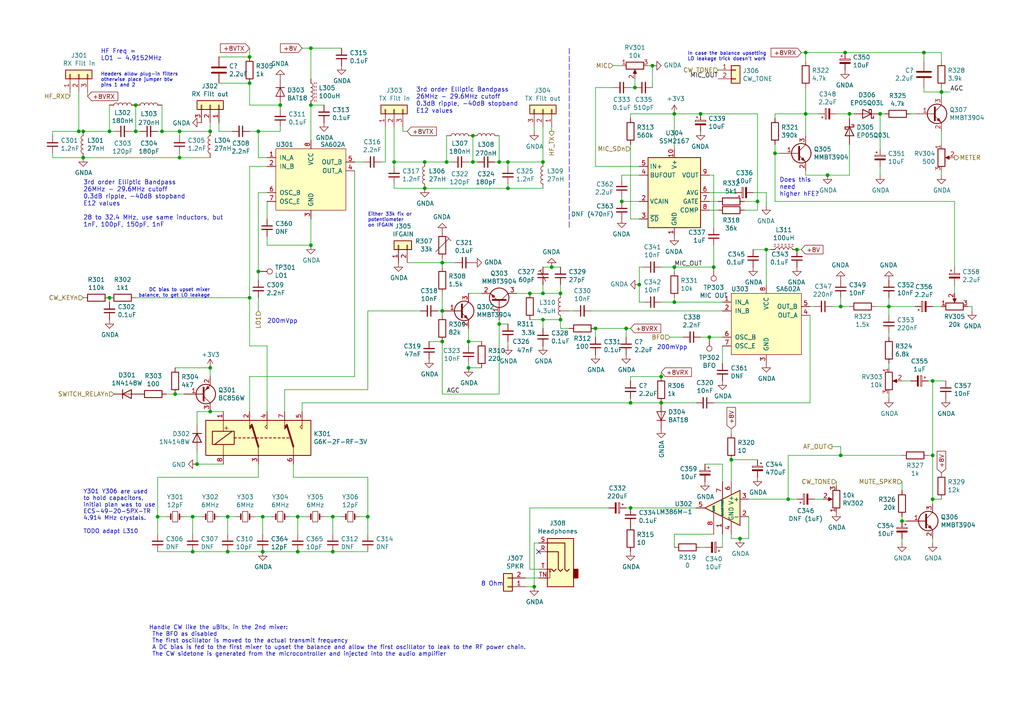
<source format=kicad_sch>
(kicad_sch (version 20211123) (generator eeschema)

  (uuid 0e592cd4-1950-44ef-9727-8e526f4c4e12)

  (paper "A4")

  (title_block
    (title "Picardy Anglian Mashup")
    (date "2020-12-12")
    (company "HB9EGM")
  )

  

  (junction (at 123.19 46.99) (diameter 0) (color 0 0 0 0)
    (uuid 01c54577-6862-4ca7-bb55-524c2e995aee)
  )
  (junction (at 106.68 149.86) (diameter 0) (color 0 0 0 0)
    (uuid 046ca2d8-3ca1-4c64-8090-c45e9adcf30e)
  )
  (junction (at 255.27 33.02) (diameter 0) (color 0 0 0 0)
    (uuid 059f4155-bed3-4fb2-9baa-d569f31b7e5d)
  )
  (junction (at 181.61 95.25) (diameter 0) (color 0 0 0 0)
    (uuid 09433d97-62ec-42de-89f2-7d0b68dc1b9d)
  )
  (junction (at 128.27 90.17) (diameter 0) (color 0 0 0 0)
    (uuid 0c9bbc06-f1c0-4359-8448-9c515b32a886)
  )
  (junction (at 24.13 38.1) (diameter 0) (color 0 0 0 0)
    (uuid 0fffb828-f291-41d3-a83c-4eaa3df13f3a)
  )
  (junction (at 72.39 16.51) (diameter 0) (color 0 0 0 0)
    (uuid 128a7556-cb3d-406d-b84d-6d9efc7f9ed8)
  )
  (junction (at 245.11 15.24) (diameter 0) (color 0 0 0 0)
    (uuid 1843d2c0-629c-44e7-8460-03ced60a2111)
  )
  (junction (at 72.39 24.13) (diameter 0) (color 0 0 0 0)
    (uuid 18a9dea8-caa6-40a3-962a-7699d9146e17)
  )
  (junction (at 50.8 114.3) (diameter 0) (color 0 0 0 0)
    (uuid 1aaf34a3-282e-4633-82fa-9d6cdf32efbb)
  )
  (junction (at 55.88 160.02) (diameter 0) (color 0 0 0 0)
    (uuid 24fd922c-d488-4d61-b6dc-9d3e359ccc82)
  )
  (junction (at 270.51 110.49) (diameter 0) (color 0 0 0 0)
    (uuid 25247d0c-5910-484b-9651-5750d422a450)
  )
  (junction (at 195.58 33.02) (diameter 0) (color 0 0 0 0)
    (uuid 2792ed93-89db-4e51-99ff-281323e776eb)
  )
  (junction (at 147.32 54.61) (diameter 0) (color 0 0 0 0)
    (uuid 2af1d271-3c6a-476d-8eba-6b2aab466da3)
  )
  (junction (at 90.17 13.97) (diameter 0) (color 0 0 0 0)
    (uuid 2c488362-c230-4f6d-82f9-a229b1171a23)
  )
  (junction (at 185.42 82.55) (diameter 0) (color 0 0 0 0)
    (uuid 2cb05d43-df82-498c-aae1-4b1a0a350f82)
  )
  (junction (at 135.89 106.68) (diameter 0) (color 0 0 0 0)
    (uuid 2e1d63b8-5189-41bb-8b6a-c4ada546b2d5)
  )
  (junction (at 189.23 19.05) (diameter 0) (color 0 0 0 0)
    (uuid 335263d3-7e35-4a9c-83c2-cd71d45f0688)
  )
  (junction (at 182.88 116.84) (diameter 0) (color 0 0 0 0)
    (uuid 33770b56-77ab-4a0c-a675-0ef4f02f8519)
  )
  (junction (at 123.19 54.61) (diameter 0) (color 0 0 0 0)
    (uuid 34d3baf1-c1a6-463d-a7da-03fde565ea93)
  )
  (junction (at 270.51 132.08) (diameter 0) (color 0 0 0 0)
    (uuid 35506831-8c22-45ab-9b57-69eb0f9ef003)
  )
  (junction (at 39.37 30.48) (diameter 0) (color 0 0 0 0)
    (uuid 3aec5e23-e675-4bcf-9a9e-48cb59d51927)
  )
  (junction (at 205.74 97.79) (diameter 0) (color 0 0 0 0)
    (uuid 4223805d-8db1-4df1-b73a-3d99f37f1701)
  )
  (junction (at 90.17 30.48) (diameter 0) (color 0 0 0 0)
    (uuid 444b2eaf-241d-42e5-8717-27a83d099c5b)
  )
  (junction (at 90.17 71.12) (diameter 0) (color 0 0 0 0)
    (uuid 44c331f8-33e4-4ba1-bb1e-3071cc175bfd)
  )
  (junction (at 46.99 38.1) (diameter 0) (color 0 0 0 0)
    (uuid 45245258-c97a-4586-bc43-2154c85c0ef6)
  )
  (junction (at 45.72 149.86) (diameter 0) (color 0 0 0 0)
    (uuid 460147d8-e4b6-4910-88e9-07d1ddd6c2df)
  )
  (junction (at 86.36 160.02) (diameter 0) (color 0 0 0 0)
    (uuid 471f517c-6d52-459f-9d7a-aedf176fc9e0)
  )
  (junction (at 212.09 133.35) (diameter 0) (color 0 0 0 0)
    (uuid 47be24ee-e15b-4cee-b84b-350111ac1499)
  )
  (junction (at 55.88 149.86) (diameter 0) (color 0 0 0 0)
    (uuid 4b982f8b-ca29-4ebf-88fc-8a50b24e0802)
  )
  (junction (at 76.2 160.02) (diameter 0) (color 0 0 0 0)
    (uuid 52da99c6-c348-4007-8828-51a963a2879f)
  )
  (junction (at 157.48 92.71) (diameter 0) (color 0 0 0 0)
    (uuid 544c9ad7-a0b6-4f88-9dcd-908e3e2acf79)
  )
  (junction (at 157.48 46.99) (diameter 0) (color 0 0 0 0)
    (uuid 5684e95c-6824-46cf-8e72-881178a51d31)
  )
  (junction (at 222.25 72.39) (diameter 0) (color 0 0 0 0)
    (uuid 578f33ff-8d12-4136-bb61-e55b7655fa5b)
  )
  (junction (at 144.78 93.98) (diameter 0) (color 0 0 0 0)
    (uuid 5a319d05-1a85-43fe-a179-ebcee7212a03)
  )
  (junction (at 60.96 106.68) (diameter 0) (color 0 0 0 0)
    (uuid 5b29962f-685a-409c-915c-9c4a92ed442a)
  )
  (junction (at 96.52 149.86) (diameter 0) (color 0 0 0 0)
    (uuid 5dbda758-e74b-4ccf-ad68-495d537d68ba)
  )
  (junction (at 231.14 72.39) (diameter 0) (color 0 0 0 0)
    (uuid 5ed637ac-40ac-434c-a406-609e25d3658d)
  )
  (junction (at 60.96 38.1) (diameter 0) (color 0 0 0 0)
    (uuid 604495b3-3885-49af-8442-bcf3d7361dc4)
  )
  (junction (at 267.97 15.24) (diameter 0) (color 0 0 0 0)
    (uuid 62ed984b-c070-4de1-bd86-30aeb09fb9cd)
  )
  (junction (at 22.86 38.1) (diameter 0) (color 0 0 0 0)
    (uuid 65e58d89-f213-4051-b36b-7b3454867ad5)
  )
  (junction (at 76.2 149.86) (diameter 0) (color 0 0 0 0)
    (uuid 666dc23c-d707-448f-841d-377a6e08a250)
  )
  (junction (at 60.96 119.38) (diameter 0) (color 0 0 0 0)
    (uuid 669e2f76-dce7-4b88-b383-d3587e6cc0cc)
  )
  (junction (at 214.63 156.21) (diameter 0) (color 0 0 0 0)
    (uuid 6ae901e7-3f37-4fdc-9fbb-f82666744826)
  )
  (junction (at 228.6 144.78) (diameter 0) (color 0 0 0 0)
    (uuid 6e24aa9b-c7e6-40f2-905b-b9c541e0e2f6)
  )
  (junction (at 195.58 77.47) (diameter 0) (color 0 0 0 0)
    (uuid 6e508bf2-c65e-4107-867d-a3cf9a86c69e)
  )
  (junction (at 191.77 116.84) (diameter 0) (color 0 0 0 0)
    (uuid 7167e0fb-15b0-446d-969c-ecf63e50097d)
  )
  (junction (at 128.27 99.06) (diameter 0) (color 0 0 0 0)
    (uuid 71aa3829-956e-4ff9-af3f-b06e50ab2b5a)
  )
  (junction (at 39.37 38.1) (diameter 0) (color 0 0 0 0)
    (uuid 72729c20-0465-4f8c-be80-3c22bb337ef7)
  )
  (junction (at 72.39 86.36) (diameter 0) (color 0 0 0 0)
    (uuid 728dda43-38f9-4d13-b2a9-59e599c86d99)
  )
  (junction (at 81.28 30.48) (diameter 0) (color 0 0 0 0)
    (uuid 7401f61b-dc36-4f5a-ba3e-b101a22bf1fc)
  )
  (junction (at 96.52 160.02) (diameter 0) (color 0 0 0 0)
    (uuid 7a25e2e8-d883-44ae-8207-1f946e50b1fa)
  )
  (junction (at 191.77 109.22) (diameter 0) (color 0 0 0 0)
    (uuid 7f29ecb0-6265-4d60-8278-7704387a2057)
  )
  (junction (at 147.32 46.99) (diameter 0) (color 0 0 0 0)
    (uuid 825065db-dc11-43e9-aa2e-59e6b2cd21f3)
  )
  (junction (at 137.16 46.99) (diameter 0) (color 0 0 0 0)
    (uuid 82bf2831-f69a-4cf1-ad28-e7c6c4e8c86f)
  )
  (junction (at 203.2 33.02) (diameter 0) (color 0 0 0 0)
    (uuid 86a34ff8-9697-4394-b32e-9c903027c8af)
  )
  (junction (at 74.93 78.74) (diameter 0) (color 0 0 0 0)
    (uuid 88e4f832-79d6-4c54-9ce3-4328dcb9d5b5)
  )
  (junction (at 162.56 92.71) (diameter 0) (color 0 0 0 0)
    (uuid 8aab4608-39e8-491a-83a8-7194f36094f1)
  )
  (junction (at 57.15 134.62) (diameter 0) (color 0 0 0 0)
    (uuid 8e247c2e-b63e-4a70-8c32-64933e91ced0)
  )
  (junction (at 243.84 132.08) (diameter 0) (color 0 0 0 0)
    (uuid 90912a07-8f0d-457a-b78a-1c112c8f2052)
  )
  (junction (at 52.07 38.1) (diameter 0) (color 0 0 0 0)
    (uuid 9116f42f-8d27-4055-8fab-af8b6ed6959f)
  )
  (junction (at 66.04 149.86) (diameter 0) (color 0 0 0 0)
    (uuid 9666bb6a-0c1d-4c92-be6d-94a465ec5c51)
  )
  (junction (at 153.67 85.09) (diameter 0) (color 0 0 0 0)
    (uuid 96ee9b8e-4543-4639-b9ea-44b8baaaf94e)
  )
  (junction (at 74.93 38.1) (diameter 0) (color 0 0 0 0)
    (uuid 9959c68a-7d2a-4f14-b245-3548992673f3)
  )
  (junction (at 135.89 99.06) (diameter 0) (color 0 0 0 0)
    (uuid 9e18f8b3-9e1a-4022-9224-10c12ca8a28d)
  )
  (junction (at 162.56 85.09) (diameter 0) (color 0 0 0 0)
    (uuid 9e5b0177-ea58-4f76-8b57-ff1c6e52d9df)
  )
  (junction (at 261.62 151.13) (diameter 0) (color 0 0 0 0)
    (uuid 9ed54841-4bec-491f-817d-b7e8b25ca06c)
  )
  (junction (at 129.54 46.99) (diameter 0) (color 0 0 0 0)
    (uuid a5dfaf18-d33f-45c4-b76f-2a5051ec9118)
  )
  (junction (at 137.16 39.37) (diameter 0) (color 0 0 0 0)
    (uuid a6347fea-87e1-4897-bfe2-729d24d2f085)
  )
  (junction (at 52.07 45.72) (diameter 0) (color 0 0 0 0)
    (uuid a6386af6-d744-458e-b19d-8fd97b5ad9f9)
  )
  (junction (at 233.68 15.24) (diameter 0) (color 0 0 0 0)
    (uuid a65cad0c-0ef1-4ea5-a965-4eae7ac1f6af)
  )
  (junction (at 243.84 88.9) (diameter 0) (color 0 0 0 0)
    (uuid a7cad282-51c3-4f24-be5e-311c2c5e959b)
  )
  (junction (at 224.79 44.45) (diameter 0) (color 0 0 0 0)
    (uuid ac0e5582-f44c-4bc2-8ae7-2c3f1115fb00)
  )
  (junction (at 66.04 160.02) (diameter 0) (color 0 0 0 0)
    (uuid ac8576da-4e00-41a0-9609-eb655e96e10b)
  )
  (junction (at 184.15 25.4) (diameter 0) (color 0 0 0 0)
    (uuid ad2d033c-4040-4813-b5da-82cf827f9d86)
  )
  (junction (at 24.13 45.72) (diameter 0) (color 0 0 0 0)
    (uuid aeae1c08-0511-41ff-896d-95b95a86eb35)
  )
  (junction (at 144.78 46.99) (diameter 0) (color 0 0 0 0)
    (uuid b3dbf4ad-71cb-48f5-9655-41b47deeea78)
  )
  (junction (at 207.01 77.47) (diameter 0) (color 0 0 0 0)
    (uuid b5b863ac-a506-4b3e-baa9-6daff41ac83f)
  )
  (junction (at 219.71 58.42) (diameter 0) (color 0 0 0 0)
    (uuid b6a3e709-356a-4a55-ac00-07ba73afac37)
  )
  (junction (at 157.48 85.09) (diameter 0) (color 0 0 0 0)
    (uuid b7340f23-0eaa-48ae-aea8-b5b53a0ae99a)
  )
  (junction (at 257.81 88.9) (diameter 0) (color 0 0 0 0)
    (uuid b9f8b708-1745-43ec-9646-59495cbc6e07)
  )
  (junction (at 86.36 149.86) (diameter 0) (color 0 0 0 0)
    (uuid bbeadbd3-dc9d-4bb3-9f60-a643fa1fa7e6)
  )
  (junction (at 195.58 87.63) (diameter 0) (color 0 0 0 0)
    (uuid c0c3e2b6-4759-48ec-95b1-882d85817a23)
  )
  (junction (at 128.27 76.2) (diameter 0) (color 0 0 0 0)
    (uuid c8b93f12-bc5c-4ce5-b954-377d903895f1)
  )
  (junction (at 31.75 86.36) (diameter 0) (color 0 0 0 0)
    (uuid e234e19f-cd33-4584-947b-bf9feaf6cddd)
  )
  (junction (at 246.38 33.02) (diameter 0) (color 0 0 0 0)
    (uuid e3903eeb-8b72-4b40-a088-cbbba270c01b)
  )
  (junction (at 182.88 147.32) (diameter 0) (color 0 0 0 0)
    (uuid e75a90f1-d275-4ca6-86ea-4b6dddffab59)
  )
  (junction (at 273.05 26.67) (diameter 0) (color 0 0 0 0)
    (uuid e8558fbd-ea42-43a6-966a-7bd304bdfaad)
  )
  (junction (at 233.68 33.02) (diameter 0) (color 0 0 0 0)
    (uuid eac540a2-0555-4530-b9cb-9b037a65c0a7)
  )
  (junction (at 154.94 170.18) (diameter 0) (color 0 0 0 0)
    (uuid ed92ba08-98ec-48df-9584-41c899a43f78)
  )
  (junction (at 240.03 50.8) (diameter 0) (color 0 0 0 0)
    (uuid f0f3907b-44e3-4106-9f24-d8ce836b6bb0)
  )
  (junction (at 172.72 95.25) (diameter 0) (color 0 0 0 0)
    (uuid f22aae5d-f6eb-438b-9ba4-dcb7ba01f85f)
  )
  (junction (at 31.75 38.1) (diameter 0) (color 0 0 0 0)
    (uuid f8e927af-4836-4b0f-8a57-dbca5a18a442)
  )
  (junction (at 114.3 46.99) (diameter 0) (color 0 0 0 0)
    (uuid f9570ec9-4338-4208-aee7-369a45a284f8)
  )
  (junction (at 160.02 77.47) (diameter 0) (color 0 0 0 0)
    (uuid fab985e9-e679-4dd8-a59c-e3195d08506a)
  )
  (junction (at 270.51 144.78) (diameter 0) (color 0 0 0 0)
    (uuid fda94f0a-876e-4bf0-ad10-35819851e3e9)
  )
  (junction (at 180.34 58.42) (diameter 0) (color 0 0 0 0)
    (uuid fe2b05f5-675b-44d0-956c-c5829b7c692a)
  )

  (no_connect (at 156.21 160.02) (uuid 97972d9a-c8ac-431f-b1f4-0da8477b5639))

  (wire (pts (xy 72.39 24.13) (xy 72.39 30.48))
    (stroke (width 0) (type default) (color 0 0 0 0))
    (uuid 00185541-0a55-4e62-91d8-99e7a7720d36)
  )
  (wire (pts (xy 24.13 45.72) (xy 15.24 45.72))
    (stroke (width 0) (type default) (color 0 0 0 0))
    (uuid 00627221-b0fd-448e-b5a6-250d249697c2)
  )
  (wire (pts (xy 166.37 90.17) (xy 165.1 90.17))
    (stroke (width 0) (type default) (color 0 0 0 0))
    (uuid 009b0d62-e9ea-4825-9fdf-befd291c76ce)
  )
  (wire (pts (xy 118.11 38.1) (xy 116.84 38.1))
    (stroke (width 0) (type default) (color 0 0 0 0))
    (uuid 01106a52-6b7d-40fd-b165-c927be1f6a1d)
  )
  (wire (pts (xy 116.84 38.1) (xy 116.84 36.83))
    (stroke (width 0) (type default) (color 0 0 0 0))
    (uuid 01422660-08c8-48f3-98ca-26cbe7f98f5b)
  )
  (wire (pts (xy 52.07 45.72) (xy 60.96 45.72))
    (stroke (width 0) (type default) (color 0 0 0 0))
    (uuid 01600802-66c5-45a2-be7f-4fa2327d845b)
  )
  (wire (pts (xy 38.1 38.1) (xy 39.37 38.1))
    (stroke (width 0) (type default) (color 0 0 0 0))
    (uuid 01657d30-6f8e-4bbd-a3dd-6a0742c69aca)
  )
  (wire (pts (xy 219.71 60.96) (xy 215.9 60.96))
    (stroke (width 0) (type default) (color 0 0 0 0))
    (uuid 01caafb3-af8a-4642-870c-c290b286d040)
  )
  (wire (pts (xy 96.52 149.86) (xy 99.06 149.86))
    (stroke (width 0) (type default) (color 0 0 0 0))
    (uuid 042fe62b-53aa-4e86-97d0-9ccb1e16a895)
  )
  (wire (pts (xy 135.89 46.99) (xy 137.16 46.99))
    (stroke (width 0) (type default) (color 0 0 0 0))
    (uuid 0452da17-4ccf-4bdc-9fc3-b0a09600bd55)
  )
  (wire (pts (xy 182.88 63.5) (xy 185.42 63.5))
    (stroke (width 0) (type default) (color 0 0 0 0))
    (uuid 04868f85-bc69-4fa9-8e62-d78ffe5ae58e)
  )
  (wire (pts (xy 72.39 48.26) (xy 72.39 86.36))
    (stroke (width 0) (type default) (color 0 0 0 0))
    (uuid 082621c8-b51d-48fd-937c-afceb255b94e)
  )
  (wire (pts (xy 22.86 26.67) (xy 22.86 38.1))
    (stroke (width 0) (type default) (color 0 0 0 0))
    (uuid 08fa8ff6-09a7-484c-b1d9-0e3b7c49bb26)
  )
  (wire (pts (xy 255.27 33.02) (xy 255.27 43.18))
    (stroke (width 0) (type default) (color 0 0 0 0))
    (uuid 09321bf4-1ea1-49b5-b1f9-ac29d6606a74)
  )
  (wire (pts (xy 46.99 38.1) (xy 52.07 38.1))
    (stroke (width 0) (type default) (color 0 0 0 0))
    (uuid 0a83f85d-78ad-480a-a5ba-773caced8f09)
  )
  (wire (pts (xy 20.32 27.94) (xy 20.32 26.67))
    (stroke (width 0) (type default) (color 0 0 0 0))
    (uuid 0dcb5ab5-f291-489d-b2bc-0f0b25b801ee)
  )
  (wire (pts (xy 60.96 106.68) (xy 50.8 106.68))
    (stroke (width 0) (type default) (color 0 0 0 0))
    (uuid 0de7d0e7-c8d5-482b-8e8a-d56acfc6ebd8)
  )
  (wire (pts (xy 233.68 25.4) (xy 233.68 33.02))
    (stroke (width 0) (type default) (color 0 0 0 0))
    (uuid 0e1c6bbc-4cc4-4ce9-b48a-8292bb286da8)
  )
  (wire (pts (xy 222.25 55.88) (xy 218.44 55.88))
    (stroke (width 0) (type default) (color 0 0 0 0))
    (uuid 0ef32369-e37b-408d-9752-7cbb993d9abb)
  )
  (wire (pts (xy 276.86 77.47) (xy 276.86 58.42))
    (stroke (width 0) (type default) (color 0 0 0 0))
    (uuid 0fe3ebe2-61a9-477a-a657-d783c4c4d70e)
  )
  (wire (pts (xy 184.15 22.86) (xy 184.15 25.4))
    (stroke (width 0) (type default) (color 0 0 0 0))
    (uuid 100847e3-630c-4c13-ba45-180e92370805)
  )
  (wire (pts (xy 135.89 106.68) (xy 139.7 106.68))
    (stroke (width 0) (type default) (color 0 0 0 0))
    (uuid 10fa1a8c-62cb-4b8f-b916-b18d737ff71b)
  )
  (wire (pts (xy 74.93 138.43) (xy 74.93 134.62))
    (stroke (width 0) (type default) (color 0 0 0 0))
    (uuid 11547ba3-d459-4ced-9333-92979d5b86e1)
  )
  (wire (pts (xy 48.26 114.3) (xy 50.8 114.3))
    (stroke (width 0) (type default) (color 0 0 0 0))
    (uuid 119c633c-175b-4b38-bbc1-1a076032c16e)
  )
  (wire (pts (xy 74.93 45.72) (xy 77.47 45.72))
    (stroke (width 0) (type default) (color 0 0 0 0))
    (uuid 122b5574-57fe-4d2d-80bf-3cabd28e7128)
  )
  (wire (pts (xy 60.96 35.56) (xy 60.96 38.1))
    (stroke (width 0) (type default) (color 0 0 0 0))
    (uuid 12481f4a-71b0-43a4-a69b-bc048ed999f0)
  )
  (wire (pts (xy 57.15 134.62) (xy 57.15 130.81))
    (stroke (width 0) (type default) (color 0 0 0 0))
    (uuid 127b0e8c-8b10-4db4-b691-908ac98caaf1)
  )
  (wire (pts (xy 273.05 144.78) (xy 270.51 144.78))
    (stroke (width 0) (type default) (color 0 0 0 0))
    (uuid 128cfb34-809d-4606-bf29-7ab91f99e879)
  )
  (wire (pts (xy 195.58 154.94) (xy 207.01 154.94))
    (stroke (width 0) (type default) (color 0 0 0 0))
    (uuid 12c9f3e1-9431-42f8-b6f8-fb6fd35fc1cb)
  )
  (wire (pts (xy 233.68 15.24) (xy 233.68 17.78))
    (stroke (width 0) (type default) (color 0 0 0 0))
    (uuid 16aa2316-1a67-45e5-b6c4-e59dd85814f4)
  )
  (wire (pts (xy 105.41 46.99) (xy 102.87 46.99))
    (stroke (width 0) (type default) (color 0 0 0 0))
    (uuid 16d5bf81-590a-4149-97e0-64f3b3ad6f52)
  )
  (wire (pts (xy 149.86 85.09) (xy 153.67 85.09))
    (stroke (width 0) (type default) (color 0 0 0 0))
    (uuid 173fd4a7-b485-4e9d-8724-470865466784)
  )
  (wire (pts (xy 157.48 36.83) (xy 157.48 46.99))
    (stroke (width 0) (type default) (color 0 0 0 0))
    (uuid 17adff9d-c581-42e4-b552-035b922b5256)
  )
  (wire (pts (xy 264.16 33.02) (xy 265.43 33.02))
    (stroke (width 0) (type default) (color 0 0 0 0))
    (uuid 1a1da3ab-0792-420a-a2dd-c670f9cd52e8)
  )
  (wire (pts (xy 261.62 157.48) (xy 261.62 156.21))
    (stroke (width 0) (type default) (color 0 0 0 0))
    (uuid 1a85ffd6-ef8b-418f-990e-456d1ffab00e)
  )
  (wire (pts (xy 224.79 33.02) (xy 233.68 33.02))
    (stroke (width 0) (type default) (color 0 0 0 0))
    (uuid 1a9f0d73-6986-450b-8da5-dca8d718cd0d)
  )
  (wire (pts (xy 157.48 82.55) (xy 157.48 85.09))
    (stroke (width 0) (type default) (color 0 0 0 0))
    (uuid 1ae3634a-f90f-4c6a-8ba7-b38f98d4ccb2)
  )
  (wire (pts (xy 46.99 38.1) (xy 45.72 38.1))
    (stroke (width 0) (type default) (color 0 0 0 0))
    (uuid 1bb16fed-1537-47fa-90f6-8dc136da5d16)
  )
  (wire (pts (xy 243.84 129.54) (xy 243.84 132.08))
    (stroke (width 0) (type default) (color 0 0 0 0))
    (uuid 1c4dfe58-85b1-467f-8e9d-bdb7a0d0ca8e)
  )
  (wire (pts (xy 106.68 90.17) (xy 121.92 90.17))
    (stroke (width 0) (type default) (color 0 0 0 0))
    (uuid 1c7ec62e-d96c-4a0d-ac32-e919b90a3c5b)
  )
  (wire (pts (xy 154.94 157.48) (xy 156.21 157.48))
    (stroke (width 0) (type default) (color 0 0 0 0))
    (uuid 1ed7574f-dfd9-48ef-889b-e65459b62f49)
  )
  (wire (pts (xy 228.6 132.08) (xy 228.6 144.78))
    (stroke (width 0) (type default) (color 0 0 0 0))
    (uuid 1f01b2a1-9ae4-4793-9d17-5ed5c0966b9f)
  )
  (wire (pts (xy 72.39 100.33) (xy 77.47 100.33))
    (stroke (width 0) (type default) (color 0 0 0 0))
    (uuid 2056f16f-2d4a-4f35-8a56-49ab69eeef16)
  )
  (wire (pts (xy 77.47 58.42) (xy 77.47 63.5))
    (stroke (width 0) (type default) (color 0 0 0 0))
    (uuid 21a4e5f9-158c-4a1e-a6d3-12c826291e62)
  )
  (wire (pts (xy 64.77 134.62) (xy 57.15 134.62))
    (stroke (width 0) (type default) (color 0 0 0 0))
    (uuid 21c9358c-c2dd-4df5-9cfe-ea9bd0b49374)
  )
  (wire (pts (xy 267.97 25.4) (xy 267.97 26.67))
    (stroke (width 0) (type default) (color 0 0 0 0))
    (uuid 22591446-6d82-47ac-b525-9e9deb496c8c)
  )
  (wire (pts (xy 261.62 139.7) (xy 261.62 142.24))
    (stroke (width 0) (type default) (color 0 0 0 0))
    (uuid 226f524c-89b4-46ed-86fd-c8ea41059fd4)
  )
  (wire (pts (xy 147.32 53.34) (xy 147.32 54.61))
    (stroke (width 0) (type default) (color 0 0 0 0))
    (uuid 2276bf47-b441-4aa2-ba22-8213875ce0ee)
  )
  (wire (pts (xy 63.5 16.51) (xy 72.39 16.51))
    (stroke (width 0) (type default) (color 0 0 0 0))
    (uuid 2276e018-ceb6-4356-b3fe-3b8fe418011b)
  )
  (wire (pts (xy 160.02 38.1) (xy 160.02 36.83))
    (stroke (width 0) (type default) (color 0 0 0 0))
    (uuid 22fd57c4-481e-4417-b920-694451210da2)
  )
  (wire (pts (xy 128.27 76.2) (xy 128.27 74.93))
    (stroke (width 0) (type default) (color 0 0 0 0))
    (uuid 24a492d9-25a9-4fba-b51b-3effb576b351)
  )
  (wire (pts (xy 114.3 48.26) (xy 114.3 46.99))
    (stroke (width 0) (type default) (color 0 0 0 0))
    (uuid 24d3ee68-60f0-4c8a-a72b-065f1026fd87)
  )
  (wire (pts (xy 154.94 170.18) (xy 154.94 157.48))
    (stroke (width 0) (type default) (color 0 0 0 0))
    (uuid 27b32d30-a0e6-48e4-8f63-c61987047d29)
  )
  (wire (pts (xy 195.58 78.74) (xy 195.58 77.47))
    (stroke (width 0) (type default) (color 0 0 0 0))
    (uuid 27e3c71f-5a63-4710-8adf-b600b805ce02)
  )
  (wire (pts (xy 234.95 116.84) (xy 234.95 91.44))
    (stroke (width 0) (type default) (color 0 0 0 0))
    (uuid 28d267fd-6d61-43bb-9705-8d59d7a44e81)
  )
  (wire (pts (xy 205.74 97.79) (xy 209.55 97.79))
    (stroke (width 0) (type default) (color 0 0 0 0))
    (uuid 28f921ab-5f55-47f8-b726-02e567145cd5)
  )
  (wire (pts (xy 66.04 160.02) (xy 76.2 160.02))
    (stroke (width 0) (type default) (color 0 0 0 0))
    (uuid 296b967f-b7a9-453f-856a-7b874fdca3db)
  )
  (wire (pts (xy 185.42 50.8) (xy 180.34 50.8))
    (stroke (width 0) (type default) (color 0 0 0 0))
    (uuid 2b878984-ad62-40d5-87be-d30f465ae2b3)
  )
  (wire (pts (xy 273.05 41.91) (xy 273.05 38.1))
    (stroke (width 0) (type default) (color 0 0 0 0))
    (uuid 2b894b8a-c098-4d9d-be0f-2ef41dea274e)
  )
  (wire (pts (xy 81.28 36.83) (xy 81.28 38.1))
    (stroke (width 0) (type default) (color 0 0 0 0))
    (uuid 2d617fad-47fe-4db9-836a-4bceb9c31c3b)
  )
  (wire (pts (xy 81.28 31.75) (xy 81.28 30.48))
    (stroke (width 0) (type default) (color 0 0 0 0))
    (uuid 2e36ce87-4661-4b8f-956a-16dc559e1b50)
  )
  (wire (pts (xy 106.68 154.94) (xy 106.68 149.86))
    (stroke (width 0) (type default) (color 0 0 0 0))
    (uuid 2e6b1f7e-e4c3-43a1-ae90-c85aa40696d5)
  )
  (wire (pts (xy 93.98 149.86) (xy 96.52 149.86))
    (stroke (width 0) (type default) (color 0 0 0 0))
    (uuid 2ec9be40-1d5a-4e2d-8a4d-4be2d3c079d5)
  )
  (wire (pts (xy 128.27 114.3) (xy 128.27 99.06))
    (stroke (width 0) (type default) (color 0 0 0 0))
    (uuid 2f33286e-7553-4442-acf0-23c61fcd6ab0)
  )
  (wire (pts (xy 144.78 92.71) (xy 144.78 93.98))
    (stroke (width 0) (type default) (color 0 0 0 0))
    (uuid 2f5467a7-bd49-433c-92f2-60a842e66f7b)
  )
  (wire (pts (xy 57.15 123.19) (xy 57.15 119.38))
    (stroke (width 0) (type default) (color 0 0 0 0))
    (uuid 3019c847-3ccf-490a-9dd6-694227c3fba5)
  )
  (wire (pts (xy 25.4 26.67) (xy 25.4 27.94))
    (stroke (width 0) (type default) (color 0 0 0 0))
    (uuid 30b75c25-1d2c-45e7-83e2-bb3be98f8f83)
  )
  (wire (pts (xy 147.32 93.98) (xy 144.78 93.98))
    (stroke (width 0) (type default) (color 0 0 0 0))
    (uuid 315d2b15-cfe6-4672-b3ad-24773f3df12c)
  )
  (wire (pts (xy 24.13 38.1) (xy 31.75 38.1))
    (stroke (width 0) (type default) (color 0 0 0 0))
    (uuid 321eb03e-d5d7-4c98-9326-4c49d56670ae)
  )
  (wire (pts (xy 195.58 77.47) (xy 191.77 77.47))
    (stroke (width 0) (type default) (color 0 0 0 0))
    (uuid 3388a811-b444-4ecc-a564-b22a1b731ab4)
  )
  (wire (pts (xy 261.62 149.86) (xy 261.62 151.13))
    (stroke (width 0) (type default) (color 0 0 0 0))
    (uuid 33891c62-a79f-4243-b776-6be292690ac3)
  )
  (wire (pts (xy 177.8 25.4) (xy 172.72 25.4))
    (stroke (width 0) (type default) (color 0 0 0 0))
    (uuid 33b48673-c959-4510-b6fa-fd3f7bdb00fd)
  )
  (wire (pts (xy 215.9 58.42) (xy 219.71 58.42))
    (stroke (width 0) (type default) (color 0 0 0 0))
    (uuid 33b6dbe8-d555-4f35-a63c-27c75fa09ca7)
  )
  (wire (pts (xy 87.63 116.84) (xy 87.63 119.38))
    (stroke (width 0) (type default) (color 0 0 0 0))
    (uuid 33e40dd5-556d-4de0-ab08-235c61b7ba9f)
  )
  (wire (pts (xy 55.88 154.94) (xy 55.88 149.86))
    (stroke (width 0) (type default) (color 0 0 0 0))
    (uuid 35343f32-90ff-4059-a108-111fb444c3d2)
  )
  (wire (pts (xy 224.79 58.42) (xy 224.79 44.45))
    (stroke (width 0) (type default) (color 0 0 0 0))
    (uuid 35e60fa0-27cf-4d0e-8bab-b364400c08c0)
  )
  (wire (pts (xy 106.68 149.86) (xy 104.14 149.86))
    (stroke (width 0) (type default) (color 0 0 0 0))
    (uuid 36696ac6-2db1-4b52-ae3d-9f3c89d2042f)
  )
  (wire (pts (xy 46.99 30.48) (xy 46.99 38.1))
    (stroke (width 0) (type default) (color 0 0 0 0))
    (uuid 3785b88e-f652-4024-afb0-be4c22cdaea8)
  )
  (wire (pts (xy 102.87 49.53) (xy 102.87 109.22))
    (stroke (width 0) (type default) (color 0 0 0 0))
    (uuid 38c40dcc-c1da-4f6f-a147-01497313c7b0)
  )
  (wire (pts (xy 162.56 95.25) (xy 162.56 92.71))
    (stroke (width 0) (type default) (color 0 0 0 0))
    (uuid 39125f99-6caa-4e69-9ae5-ca3bd6e3a49c)
  )
  (wire (pts (xy 45.72 138.43) (xy 45.72 149.86))
    (stroke (width 0) (type default) (color 0 0 0 0))
    (uuid 3a274653-eff3-4ffe-9be8-2bfd0950af0a)
  )
  (wire (pts (xy 106.68 90.17) (xy 106.68 113.03))
    (stroke (width 0) (type default) (color 0 0 0 0))
    (uuid 3a568413-17bd-4a87-b1ac-928e77fa1b6a)
  )
  (wire (pts (xy 209.55 134.62) (xy 209.55 139.7))
    (stroke (width 0) (type default) (color 0 0 0 0))
    (uuid 3b5147db-69cc-4871-96a7-79c3437a6213)
  )
  (wire (pts (xy 207.01 116.84) (xy 234.95 116.84))
    (stroke (width 0) (type default) (color 0 0 0 0))
    (uuid 3c3e78d8-62d7-4020-ae7c-c489234b27d5)
  )
  (wire (pts (xy 77.47 71.12) (xy 77.47 68.58))
    (stroke (width 0) (type default) (color 0 0 0 0))
    (uuid 3eee2221-7af9-4d6a-ba79-a48c3fd1ac35)
  )
  (wire (pts (xy 242.57 33.02) (xy 246.38 33.02))
    (stroke (width 0) (type default) (color 0 0 0 0))
    (uuid 3f206607-332e-4c96-8963-5302804f476f)
  )
  (wire (pts (xy 281.94 90.17) (xy 281.94 88.9))
    (stroke (width 0) (type default) (color 0 0 0 0))
    (uuid 3f9f133b-59b8-4791-b0ab-6fa861da9e3f)
  )
  (wire (pts (xy 152.4 170.18) (xy 154.94 170.18))
    (stroke (width 0) (type default) (color 0 0 0 0))
    (uuid 40415c49-a61c-4fd6-a3e4-d55a8f8b8c4e)
  )
  (wire (pts (xy 182.88 41.91) (xy 182.88 63.5))
    (stroke (width 0) (type default) (color 0 0 0 0))
    (uuid 4102ae0e-3d75-40cd-957b-0b4db5d3f5ee)
  )
  (wire (pts (xy 273.05 50.8) (xy 273.05 49.53))
    (stroke (width 0) (type default) (color 0 0 0 0))
    (uuid 4116bfc2-eab3-4c29-a983-44eacd9f10f5)
  )
  (wire (pts (xy 182.88 116.84) (xy 87.63 116.84))
    (stroke (width 0) (type default) (color 0 0 0 0))
    (uuid 411f21c0-dcce-4bff-ac0e-7c5571730a65)
  )
  (wire (pts (xy 114.3 36.83) (xy 114.3 46.99))
    (stroke (width 0) (type default) (color 0 0 0 0))
    (uuid 41ef6d8e-078c-46e5-a743-15f86f94b1c5)
  )
  (wire (pts (xy 246.38 50.8) (xy 240.03 50.8))
    (stroke (width 0) (type default) (color 0 0 0 0))
    (uuid 4208e41d-1d0a-40b9-bf94-fcbeb6562f9d)
  )
  (wire (pts (xy 203.2 97.79) (xy 205.74 97.79))
    (stroke (width 0) (type default) (color 0 0 0 0))
    (uuid 4263a0e8-33fc-439f-9b56-889a4f5d7b26)
  )
  (wire (pts (xy 64.77 119.38) (xy 60.96 119.38))
    (stroke (width 0) (type default) (color 0 0 0 0))
    (uuid 4266f6dc-b108-467a-bc4a-756158b1a271)
  )
  (wire (pts (xy 129.54 46.99) (xy 130.81 46.99))
    (stroke (width 0) (type default) (color 0 0 0 0))
    (uuid 42eea0a0-d889-4e4e-980c-c3b6b62767e5)
  )
  (wire (pts (xy 45.72 138.43) (xy 74.93 138.43))
    (stroke (width 0) (type default) (color 0 0 0 0))
    (uuid 430cb5a0-6865-46d0-be60-5d722d3e8d80)
  )
  (wire (pts (xy 147.32 46.99) (xy 157.48 46.99))
    (stroke (width 0) (type default) (color 0 0 0 0))
    (uuid 44cd273f-f3a1-4b9a-83a6-972b276409e1)
  )
  (wire (pts (xy 257.81 88.9) (xy 257.81 86.36))
    (stroke (width 0) (type default) (color 0 0 0 0))
    (uuid 44e993be-f2df-4e61-a598-dfd6e106a208)
  )
  (wire (pts (xy 86.36 154.94) (xy 86.36 149.86))
    (stroke (width 0) (type default) (color 0 0 0 0))
    (uuid 462f8e7e-09c6-4676-ba4f-fd07b2868aa8)
  )
  (wire (pts (xy 81.28 38.1) (xy 74.93 38.1))
    (stroke (width 0) (type default) (color 0 0 0 0))
    (uuid 4688ff87-8262-46f4-ad96-b5f4e529cfa9)
  )
  (wire (pts (xy 205.74 50.8) (xy 207.01 50.8))
    (stroke (width 0) (type default) (color 0 0 0 0))
    (uuid 46aac001-1e0b-4992-9b6b-7fbd6860af0e)
  )
  (wire (pts (xy 135.89 100.33) (xy 135.89 99.06))
    (stroke (width 0) (type default) (color 0 0 0 0))
    (uuid 47484446-e64c-4a82-88af-15de92cf6ad4)
  )
  (wire (pts (xy 191.77 87.63) (xy 195.58 87.63))
    (stroke (width 0) (type default) (color 0 0 0 0))
    (uuid 47957453-fce7-4d98-833c-e34bb8a852a5)
  )
  (wire (pts (xy 243.84 132.08) (xy 261.62 132.08))
    (stroke (width 0) (type default) (color 0 0 0 0))
    (uuid 481354ed-51b9-4db2-9835-781681979b4b)
  )
  (wire (pts (xy 212.09 139.7) (xy 212.09 133.35))
    (stroke (width 0) (type default) (color 0 0 0 0))
    (uuid 49b38f13-9789-4c6d-bbd5-2c69a9e19e69)
  )
  (wire (pts (xy 157.48 77.47) (xy 160.02 77.47))
    (stroke (width 0) (type default) (color 0 0 0 0))
    (uuid 4c144ffa-02d0-42da-aef1-f5175cbde9c0)
  )
  (wire (pts (xy 135.89 95.25) (xy 135.89 99.06))
    (stroke (width 0) (type default) (color 0 0 0 0))
    (uuid 4d51bc15-1f84-46be-8e16-e836b10f854e)
  )
  (wire (pts (xy 144.78 46.99) (xy 147.32 46.99))
    (stroke (width 0) (type default) (color 0 0 0 0))
    (uuid 4d7ffc75-3dd8-46f7-86f3-405d41c4571a)
  )
  (wire (pts (xy 261.62 151.13) (xy 262.89 151.13))
    (stroke (width 0) (type default) (color 0 0 0 0))
    (uuid 4e66ba18-389e-4ff9-97c1-8bd8fb047a01)
  )
  (wire (pts (xy 74.93 38.1) (xy 74.93 45.72))
    (stroke (width 0) (type default) (color 0 0 0 0))
    (uuid 4f4bd227-fa4c-47f4-ad05-ee16ad4c58c2)
  )
  (wire (pts (xy 269.24 132.08) (xy 270.51 132.08))
    (stroke (width 0) (type default) (color 0 0 0 0))
    (uuid 504cb9e4-5572-4208-bc9d-30a7efff8b9a)
  )
  (wire (pts (xy 123.19 54.61) (xy 114.3 54.61))
    (stroke (width 0) (type default) (color 0 0 0 0))
    (uuid 513c5122-3fbb-44b6-aa2c-74224719f915)
  )
  (wire (pts (xy 185.42 77.47) (xy 186.69 77.47))
    (stroke (width 0) (type default) (color 0 0 0 0))
    (uuid 5160b3d5-0622-412f-84ed-9900be82a5a6)
  )
  (wire (pts (xy 144.78 114.3) (xy 128.27 114.3))
    (stroke (width 0) (type default) (color 0 0 0 0))
    (uuid 5206328f-de7d-41ba-bad8-f1768b7701cb)
  )
  (wire (pts (xy 76.2 149.86) (xy 78.74 149.86))
    (stroke (width 0) (type default) (color 0 0 0 0))
    (uuid 532cb9ef-7fac-483b-aaf5-b83d764d0176)
  )
  (wire (pts (xy 181.61 95.25) (xy 182.88 95.25))
    (stroke (width 0) (type default) (color 0 0 0 0))
    (uuid 53548090-4b36-44b5-9ef5-2fa214b2fbf4)
  )
  (wire (pts (xy 135.89 85.09) (xy 139.7 85.09))
    (stroke (width 0) (type default) (color 0 0 0 0))
    (uuid 53fda1fb-12bd-4536-80e1-aab5c0e3fc58)
  )
  (wire (pts (xy 72.39 109.22) (xy 102.87 109.22))
    (stroke (width 0) (type default) (color 0 0 0 0))
    (uuid 56b53988-7c92-40d8-a754-683f4429d93e)
  )
  (wire (pts (xy 224.79 44.45) (xy 226.06 44.45))
    (stroke (width 0) (type default) (color 0 0 0 0))
    (uuid 56bbedad-6259-4443-b321-0ffa1f89c336)
  )
  (wire (pts (xy 209.55 90.17) (xy 171.45 90.17))
    (stroke (width 0) (type default) (color 0 0 0 0))
    (uuid 583b0bf3-0699-44db-b975-a241ad040fa4)
  )
  (wire (pts (xy 274.32 110.49) (xy 270.51 110.49))
    (stroke (width 0) (type default) (color 0 0 0 0))
    (uuid 59142adb-6887-41fc-851e-9a7f51511d60)
  )
  (wire (pts (xy 55.88 160.02) (xy 66.04 160.02))
    (stroke (width 0) (type default) (color 0 0 0 0))
    (uuid 59ee13a4-660e-47e2-a73a-01cfe11439e9)
  )
  (wire (pts (xy 191.77 116.84) (xy 182.88 116.84))
    (stroke (width 0) (type default) (color 0 0 0 0))
    (uuid 5b86cb50-e2ef-475e-93e3-77fea6b5a690)
  )
  (wire (pts (xy 207.01 50.8) (xy 207.01 66.04))
    (stroke (width 0) (type default) (color 0 0 0 0))
    (uuid 5c60e2fd-e25b-42a0-9a7e-d020a279558a)
  )
  (wire (pts (xy 157.48 92.71) (xy 162.56 92.71))
    (stroke (width 0) (type default) (color 0 0 0 0))
    (uuid 5c9202d7-6a93-43b3-87c0-77347fd72885)
  )
  (wire (pts (xy 172.72 97.79) (xy 172.72 95.25))
    (stroke (width 0) (type default) (color 0 0 0 0))
    (uuid 5cc7655c-62f2-43d2-a7a5-eaa4635dada8)
  )
  (wire (pts (xy 233.68 49.53) (xy 233.68 50.8))
    (stroke (width 0) (type default) (color 0 0 0 0))
    (uuid 5da0928a-9939-439c-bcbe-74de097058a8)
  )
  (wire (pts (xy 85.09 134.62) (xy 85.09 138.43))
    (stroke (width 0) (type default) (color 0 0 0 0))
    (uuid 60628c1f-f7b2-4a4b-be6f-62bc1a819432)
  )
  (wire (pts (xy 182.88 147.32) (xy 181.61 147.32))
    (stroke (width 0) (type default) (color 0 0 0 0))
    (uuid 61eb7a4f-888e-4082-9c74-1d94f58e7c05)
  )
  (wire (pts (xy 254 88.9) (xy 257.81 88.9))
    (stroke (width 0) (type default) (color 0 0 0 0))
    (uuid 6239967a-77bd-4ec9-89cd-e04efd8dbe26)
  )
  (wire (pts (xy 15.24 38.1) (xy 22.86 38.1))
    (stroke (width 0) (type default) (color 0 0 0 0))
    (uuid 628f0a9f-12ce-4a6a-8ea2-8c2cdfc4161e)
  )
  (wire (pts (xy 237.49 33.02) (xy 233.68 33.02))
    (stroke (width 0) (type default) (color 0 0 0 0))
    (uuid 6579642b-a152-47f7-af0e-0d8866bdfcb8)
  )
  (wire (pts (xy 218.44 72.39) (xy 222.25 72.39))
    (stroke (width 0) (type default) (color 0 0 0 0))
    (uuid 664ea685-f665-4315-aadf-581a656f41df)
  )
  (wire (pts (xy 246.38 33.02) (xy 247.65 33.02))
    (stroke (width 0) (type default) (color 0 0 0 0))
    (uuid 68f7174d-ce7a-41b4-89f8-dd7e3ded57a1)
  )
  (wire (pts (xy 209.55 158.75) (xy 209.55 154.94))
    (stroke (width 0) (type default) (color 0 0 0 0))
    (uuid 69f75991-c8c0-49a9-aed8-daa6ca9a5d73)
  )
  (wire (pts (xy 267.97 26.67) (xy 273.05 26.67))
    (stroke (width 0) (type default) (color 0 0 0 0))
    (uuid 6a3aff19-5e5c-466c-80b5-82ab994aaee1)
  )
  (wire (pts (xy 233.68 33.02) (xy 233.68 39.37))
    (stroke (width 0) (type default) (color 0 0 0 0))
    (uuid 6e416a78-df14-48ee-9842-e6e24081191e)
  )
  (wire (pts (xy 66.04 154.94) (xy 66.04 149.86))
    (stroke (width 0) (type default) (color 0 0 0 0))
    (uuid 6e77d4d6-0239-4c20-98f8-23ae4f71d638)
  )
  (wire (pts (xy 72.39 38.1) (xy 74.93 38.1))
    (stroke (width 0) (type default) (color 0 0 0 0))
    (uuid 6f13bfbf-7f19-4b33-9de2-b8c15c8c88ee)
  )
  (wire (pts (xy 182.88 147.32) (xy 201.93 147.32))
    (stroke (width 0) (type default) (color 0 0 0 0))
    (uuid 6f3f676d-a47a-4e8c-8d6e-02275a3490d7)
  )
  (wire (pts (xy 265.43 88.9) (xy 257.81 88.9))
    (stroke (width 0) (type default) (color 0 0 0 0))
    (uuid 6fddc16f-ccc1-4ade-884c-d6efda461da8)
  )
  (wire (pts (xy 212.09 133.35) (xy 219.71 133.35))
    (stroke (width 0) (type default) (color 0 0 0 0))
    (uuid 71079b24-2e2e-494b-a607-86ccdae75c6e)
  )
  (wire (pts (xy 90.17 40.64) (xy 90.17 30.48))
    (stroke (width 0) (type default) (color 0 0 0 0))
    (uuid 7255cbd1-8d38-4545-be9a-7fc5488ef942)
  )
  (wire (pts (xy 31.75 38.1) (xy 33.02 38.1))
    (stroke (width 0) (type default) (color 0 0 0 0))
    (uuid 72733f59-fc61-4ff2-8fe5-0440be71758a)
  )
  (wire (pts (xy 195.58 86.36) (xy 195.58 87.63))
    (stroke (width 0) (type default) (color 0 0 0 0))
    (uuid 73a6ec8e-8641-4014-be28-4611d398be32)
  )
  (wire (pts (xy 63.5 38.1) (xy 63.5 35.56))
    (stroke (width 0) (type default) (color 0 0 0 0))
    (uuid 73fd78b9-9aa5-40d0-adab-1e5886c90dd7)
  )
  (wire (pts (xy 99.06 13.97) (xy 90.17 13.97))
    (stroke (width 0) (type default) (color 0 0 0 0))
    (uuid 74096bdc-b668-408c-af3a-b048c20bd605)
  )
  (wire (pts (xy 118.11 76.2) (xy 128.27 76.2))
    (stroke (width 0) (type default) (color 0 0 0 0))
    (uuid 740c9c9e-c377-4082-a7c2-2dfeb8296429)
  )
  (wire (pts (xy 111.76 46.99) (xy 111.76 36.83))
    (stroke (width 0) (type default) (color 0 0 0 0))
    (uuid 7410568a-af90-4a4e-a67d-5fd1863e0d95)
  )
  (wire (pts (xy 205.74 60.96) (xy 208.28 60.96))
    (stroke (width 0) (type default) (color 0 0 0 0))
    (uuid 74d2d2c1-d0d5-412f-ab06-bb67df0a3900)
  )
  (wire (pts (xy 257.81 106.68) (xy 257.81 105.41))
    (stroke (width 0) (type default) (color 0 0 0 0))
    (uuid 751752b1-1f0f-490c-ba43-2d34c357b41e)
  )
  (wire (pts (xy 217.17 156.21) (xy 214.63 156.21))
    (stroke (width 0) (type default) (color 0 0 0 0))
    (uuid 7684f860-395c-40b3-8cc0-a644dcdbc220)
  )
  (wire (pts (xy 222.25 72.39) (xy 223.52 72.39))
    (stroke (width 0) (type default) (color 0 0 0 0))
    (uuid 771cb5c1-62ba-4cca-999e-cdcbe417213c)
  )
  (wire (pts (xy 129.54 39.37) (xy 129.54 46.99))
    (stroke (width 0) (type default) (color 0 0 0 0))
    (uuid 77cfe682-cc36-4979-823b-05ea5f187ba7)
  )
  (wire (pts (xy 77.47 48.26) (xy 72.39 48.26))
    (stroke (width 0) (type default) (color 0 0 0 0))
    (uuid 7806469b-c133-4e19-b2d5-f2b690b4b2f3)
  )
  (wire (pts (xy 245.11 15.24) (xy 267.97 15.24))
    (stroke (width 0) (type default) (color 0 0 0 0))
    (uuid 79bd7607-8381-4bff-b61a-a2c7ffa05fe5)
  )
  (wire (pts (xy 228.6 132.08) (xy 243.84 132.08))
    (stroke (width 0) (type default) (color 0 0 0 0))
    (uuid 7a332b0c-4cba-438b-85c1-9efe2690fb62)
  )
  (wire (pts (xy 31.75 87.63) (xy 31.75 86.36))
    (stroke (width 0) (type default) (color 0 0 0 0))
    (uuid 7a3fed5a-9b6f-45f0-9ad7-54e1bda0ea60)
  )
  (wire (pts (xy 63.5 149.86) (xy 66.04 149.86))
    (stroke (width 0) (type default) (color 0 0 0 0))
    (uuid 7b75907b-b2ae-4362-89fa-d520339aaa5c)
  )
  (wire (pts (xy 217.17 144.78) (xy 228.6 144.78))
    (stroke (width 0) (type default) (color 0 0 0 0))
    (uuid 7c3df708-fb44-40cc-b435-cd67e8cec48a)
  )
  (wire (pts (xy 74.93 90.17) (xy 74.93 86.36))
    (stroke (width 0) (type default) (color 0 0 0 0))
    (uuid 7c6e532b-1afd-48d4-9389-2942dcbc7c3c)
  )
  (wire (pts (xy 45.72 160.02) (xy 55.88 160.02))
    (stroke (width 0) (type default) (color 0 0 0 0))
    (uuid 7ce4aab5-8271-4432-a4b1-bff168293b45)
  )
  (wire (pts (xy 162.56 82.55) (xy 162.56 85.09))
    (stroke (width 0) (type default) (color 0 0 0 0))
    (uuid 7d2422a2-6679-4b2f-b253-47eef0da2414)
  )
  (wire (pts (xy 257.81 115.57) (xy 257.81 114.3))
    (stroke (width 0) (type default) (color 0 0 0 0))
    (uuid 7e232027-e1fd-4d55-a751-dd67130d7d22)
  )
  (wire (pts (xy 233.68 15.24) (xy 245.11 15.24))
    (stroke (width 0) (type default) (color 0 0 0 0))
    (uuid 7f4b7c2c-9af8-4317-9338-c2a6d8990ded)
  )
  (wire (pts (xy 144.78 93.98) (xy 144.78 114.3))
    (stroke (width 0) (type default) (color 0 0 0 0))
    (uuid 80ace02d-cb21-4f08-bc25-572a9e56ff99)
  )
  (wire (pts (xy 106.68 138.43) (xy 106.68 149.86))
    (stroke (width 0) (type default) (color 0 0 0 0))
    (uuid 810d1828-323c-409a-960d-456fda8be10a)
  )
  (wire (pts (xy 185.42 82.55) (xy 185.42 77.47))
    (stroke (width 0) (type default) (color 0 0 0 0))
    (uuid 8202d57b-d5d2-4a80-8c03-3c6bdbbd1ddf)
  )
  (wire (pts (xy 82.55 113.03) (xy 82.55 119.38))
    (stroke (width 0) (type default) (color 0 0 0 0))
    (uuid 82941cb3-7e8d-4836-8b43-647cd4390ab6)
  )
  (wire (pts (xy 83.82 149.86) (xy 86.36 149.86))
    (stroke (width 0) (type default) (color 0 0 0 0))
    (uuid 83250ce3-cee5-48b2-8a3e-b1e7887d6a15)
  )
  (wire (pts (xy 195.58 33.02) (xy 182.88 33.02))
    (stroke (width 0) (type default) (color 0 0 0 0))
    (uuid 84315919-677c-4909-a747-2c92c96d5870)
  )
  (wire (pts (xy 72.39 16.51) (xy 72.39 13.97))
    (stroke (width 0) (type default) (color 0 0 0 0))
    (uuid 84daabe5-262d-44f3-8073-3a5eff98700f)
  )
  (wire (pts (xy 281.94 88.9) (xy 280.67 88.9))
    (stroke (width 0) (type default) (color 0 0 0 0))
    (uuid 85621d90-361e-49b6-9449-b54a16cce021)
  )
  (wire (pts (xy 209.55 105.41) (xy 209.55 100.33))
    (stroke (width 0) (type default) (color 0 0 0 0))
    (uuid 85a22866-16c5-4384-bc0b-22ed5b68a467)
  )
  (wire (pts (xy 129.54 46.99) (xy 123.19 46.99))
    (stroke (width 0) (type default) (color 0 0 0 0))
    (uuid 88fb8817-4ee2-4465-a9af-37fedc8b835b)
  )
  (wire (pts (xy 153.67 147.32) (xy 176.53 147.32))
    (stroke (width 0) (type default) (color 0 0 0 0))
    (uuid 899d6960-0494-4e8f-9091-802503c02d1b)
  )
  (wire (pts (xy 87.63 13.97) (xy 90.17 13.97))
    (stroke (width 0) (type default) (color 0 0 0 0))
    (uuid 89df70f4-3579-42b9-861e-6beb04a3b25e)
  )
  (wire (pts (xy 132.08 76.2) (xy 128.27 76.2))
    (stroke (width 0) (type default) (color 0 0 0 0))
    (uuid 8afe1dbf-1187-4362-8af8-a90ca839a6b3)
  )
  (wire (pts (xy 52.07 44.45) (xy 52.07 45.72))
    (stroke (width 0) (type default) (color 0 0 0 0))
    (uuid 8afefa03-006b-4e40-b19e-6596c7cc472e)
  )
  (wire (pts (xy 123.19 46.99) (xy 114.3 46.99))
    (stroke (width 0) (type default) (color 0 0 0 0))
    (uuid 8b9c1722-a1fd-4391-b4b4-854b2cc1549f)
  )
  (wire (pts (xy 255.27 48.26) (xy 255.27 50.8))
    (stroke (width 0) (type default) (color 0 0 0 0))
    (uuid 8ddee80f-a354-4a11-ae03-acb37cf50626)
  )
  (wire (pts (xy 172.72 48.26) (xy 185.42 48.26))
    (stroke (width 0) (type default) (color 0 0 0 0))
    (uuid 8e5a3783-142f-42f6-a215-d0f81a05c5c0)
  )
  (polyline (pts (xy 165.1 13.97) (xy 165.1 66.04))
    (stroke (width 0) (type default) (color 0 0 0 0))
    (uuid 8e75264b-b45e-45ec-b230-7e1dce7d68b3)
  )

  (wire (pts (xy 194.31 97.79) (xy 198.12 97.79))
    (stroke (width 0) (type default) (color 0 0 0 0))
    (uuid 8e981540-9cda-414d-abbb-d34e005f000e)
  )
  (wire (pts (xy 195.58 43.18) (xy 195.58 33.02))
    (stroke (width 0) (type default) (color 0 0 0 0))
    (uuid 90207e9d-650a-4c45-b7d5-e506cc85537d)
  )
  (wire (pts (xy 160.02 77.47) (xy 162.56 77.47))
    (stroke (width 0) (type default) (color 0 0 0 0))
    (uuid 905b154b-e92b-469d-b2e2-340d67daddb7)
  )
  (wire (pts (xy 63.5 24.13) (xy 72.39 24.13))
    (stroke (width 0) (type default) (color 0 0 0 0))
    (uuid 90f1070b-d0d3-4d94-9527-f4c1c7006642)
  )
  (wire (pts (xy 106.68 113.03) (xy 82.55 113.03))
    (stroke (width 0) (type default) (color 0 0 0 0))
    (uuid 914a2046-646f-4d53-b355-ce2139e25907)
  )
  (wire (pts (xy 182.88 109.22) (xy 182.88 110.49))
    (stroke (width 0) (type default) (color 0 0 0 0))
    (uuid 922b14e9-e5b4-4506-8c7b-f653748d7f34)
  )
  (wire (pts (xy 127 90.17) (xy 128.27 90.17))
    (stroke (width 0) (type default) (color 0 0 0 0))
    (uuid 929c74c0-78bf-4efe-a778-fa328e951865)
  )
  (wire (pts (xy 172.72 95.25) (xy 181.61 95.25))
    (stroke (width 0) (type default) (color 0 0 0 0))
    (uuid 937928d4-4dfb-4f2f-91d0-697ec54ac283)
  )
  (wire (pts (xy 153.67 147.32) (xy 153.67 165.1))
    (stroke (width 0) (type default) (color 0 0 0 0))
    (uuid 94a21413-9821-4587-923e-f37548a5150a)
  )
  (wire (pts (xy 96.52 160.02) (xy 106.68 160.02))
    (stroke (width 0) (type default) (color 0 0 0 0))
    (uuid 9600911d-0df3-419b-8d4a-8d1432a7daf2)
  )
  (wire (pts (xy 90.17 30.48) (xy 93.98 30.48))
    (stroke (width 0) (type default) (color 0 0 0 0))
    (uuid 971d1932-4a99-4265-9c76-26e554bde4fe)
  )
  (wire (pts (xy 72.39 119.38) (xy 72.39 109.22))
    (stroke (width 0) (type default) (color 0 0 0 0))
    (uuid 9ad8e352-005c-4299-8beb-56f3b58c96b7)
  )
  (wire (pts (xy 45.72 149.86) (xy 48.26 149.86))
    (stroke (width 0) (type default) (color 0 0 0 0))
    (uuid 9c0314b1-f82f-432d-95a0-65e191202552)
  )
  (wire (pts (xy 191.77 107.95) (xy 191.77 109.22))
    (stroke (width 0) (type default) (color 0 0 0 0))
    (uuid 9caefee8-6dcd-4815-b6e5-c75999fb9c90)
  )
  (wire (pts (xy 73.66 149.86) (xy 76.2 149.86))
    (stroke (width 0) (type default) (color 0 0 0 0))
    (uuid 9cd1ba63-2087-4000-a5a9-797dad78d993)
  )
  (wire (pts (xy 224.79 58.42) (xy 276.86 58.42))
    (stroke (width 0) (type default) (color 0 0 0 0))
    (uuid 9d2af601-5327-4706-9acb-978b65e95af5)
  )
  (wire (pts (xy 22.86 38.1) (xy 24.13 38.1))
    (stroke (width 0) (type default) (color 0 0 0 0))
    (uuid 9d541d6f-313d-4469-a000-68242c1dd6d6)
  )
  (wire (pts (xy 273.05 27.94) (xy 273.05 26.67))
    (stroke (width 0) (type default) (color 0 0 0 0))
    (uuid 9fa51663-d9ff-42d5-ab2b-c96b6768fc7a)
  )
  (wire (pts (xy 137.16 46.99) (xy 138.43 46.99))
    (stroke (width 0) (type default) (color 0 0 0 0))
    (uuid a0e74fdd-2272-42b1-9d9a-65553efcd00a)
  )
  (wire (pts (xy 85.09 138.43) (xy 106.68 138.43))
    (stroke (width 0) (type default) (color 0 0 0 0))
    (uuid a1441258-3477-4706-8540-9e88ae0dac49)
  )
  (wire (pts (xy 182.88 25.4) (xy 184.15 25.4))
    (stroke (width 0) (type default) (color 0 0 0 0))
    (uuid a17368fb-646b-4ffd-9057-0994609f8a46)
  )
  (wire (pts (xy 257.81 88.9) (xy 257.81 91.44))
    (stroke (width 0) (type default) (color 0 0 0 0))
    (uuid a2a4b1ad-c51a-492d-9e99-410eec4f55a3)
  )
  (wire (pts (xy 137.16 39.37) (xy 137.16 46.99))
    (stroke (width 0) (type default) (color 0 0 0 0))
    (uuid a2f96f4e-d95d-4c20-90ff-804397e6e6ba)
  )
  (wire (pts (xy 189.23 25.4) (xy 189.23 19.05))
    (stroke (width 0) (type default) (color 0 0 0 0))
    (uuid a43f2e19-4e11-4e86-a12a-58a691d6df28)
  )
  (wire (pts (xy 15.24 45.72) (xy 15.24 44.45))
    (stroke (width 0) (type default) (color 0 0 0 0))
    (uuid a543a4a0-b8e2-45a4-be48-7207020a5b1f)
  )
  (wire (pts (xy 39.37 38.1) (xy 40.64 38.1))
    (stroke (width 0) (type default) (color 0 0 0 0))
    (uuid a5fcd820-f4f0-487d-8e2f-6defe7618982)
  )
  (wire (pts (xy 231.14 144.78) (xy 228.6 144.78))
    (stroke (width 0) (type default) (color 0 0 0 0))
    (uuid a6187c22-3622-4a1a-a49a-b21e96986f96)
  )
  (wire (pts (xy 31.75 30.48) (xy 31.75 38.1))
    (stroke (width 0) (type default) (color 0 0 0 0))
    (uuid a6460cc6-b11c-4dff-a0ea-9de680e68ca8)
  )
  (wire (pts (xy 60.96 109.22) (xy 60.96 106.68))
    (stroke (width 0) (type default) (color 0 0 0 0))
    (uuid a7035c1b-863b-4bbf-a32a-6ebba2814e2c)
  )
  (wire (pts (xy 90.17 63.5) (xy 90.17 71.12))
    (stroke (width 0) (type default) (color 0 0 0 0))
    (uuid a97391c0-c438-44dc-aec7-4249e6f62568)
  )
  (wire (pts (xy 276.86 82.55) (xy 276.86 85.09))
    (stroke (width 0) (type default) (color 0 0 0 0))
    (uuid a9ff0621-eacb-4187-ba89-29f236eec881)
  )
  (wire (pts (xy 243.84 88.9) (xy 243.84 86.36))
    (stroke (width 0) (type default) (color 0 0 0 0))
    (uuid aa0e7fe7-e9c2-477f-bcb2-53a1ebd9e3a6)
  )
  (wire (pts (xy 273.05 26.67) (xy 273.05 25.4))
    (stroke (width 0) (type default) (color 0 0 0 0))
    (uuid ab26a42e-b7f6-4a80-b26c-c01085e448c7)
  )
  (wire (pts (xy 185.42 87.63) (xy 185.42 82.55))
    (stroke (width 0) (type default) (color 0 0 0 0))
    (uuid abe3c03e-744a-4406-8e50-6a10745f0c43)
  )
  (wire (pts (xy 232.41 72.39) (xy 231.14 72.39))
    (stroke (width 0) (type default) (color 0 0 0 0))
    (uuid acb025c1-3784-47d1-b5e9-772bcda8c549)
  )
  (wire (pts (xy 212.09 156.21) (xy 212.09 154.94))
    (stroke (width 0) (type default) (color 0 0 0 0))
    (uuid acd72527-a657-482d-a530-89a1347375fc)
  )
  (wire (pts (xy 86.36 149.86) (xy 88.9 149.86))
    (stroke (width 0) (type default) (color 0 0 0 0))
    (uuid b09870ad-8985-4a1c-a7b1-3acb9a1b9282)
  )
  (wire (pts (xy 246.38 34.29) (xy 246.38 33.02))
    (stroke (width 0) (type default) (color 0 0 0 0))
    (uuid b20fb198-6b0b-4cab-9ba8-ea9b46e8088f)
  )
  (wire (pts (xy 147.32 54.61) (xy 157.48 54.61))
    (stroke (width 0) (type default) (color 0 0 0 0))
    (uuid b2691466-e53b-4f43-806f-abeb762713f6)
  )
  (wire (pts (xy 128.27 91.44) (xy 128.27 90.17))
    (stroke (width 0) (type default) (color 0 0 0 0))
    (uuid b606e532-e4c7-444d-b9ff-879f52cfde92)
  )
  (wire (pts (xy 53.34 149.86) (xy 55.88 149.86))
    (stroke (width 0) (type default) (color 0 0 0 0))
    (uuid b632afec-1444-4246-8afb-cc14a57567e7)
  )
  (wire (pts (xy 207.01 71.12) (xy 207.01 77.47))
    (stroke (width 0) (type default) (color 0 0 0 0))
    (uuid b71ea2fc-03b3-4a1a-950e-5a040f1be797)
  )
  (wire (pts (xy 214.63 156.21) (xy 212.09 156.21))
    (stroke (width 0) (type default) (color 0 0 0 0))
    (uuid b7ed4c31-5417-4fb5-9261-7dca42c1c776)
  )
  (wire (pts (xy 96.52 154.94) (xy 96.52 149.86))
    (stroke (width 0) (type default) (color 0 0 0 0))
    (uuid b853d9ac-7829-468f-99ac-dc9996502e94)
  )
  (wire (pts (xy 219.71 58.42) (xy 219.71 60.96))
    (stroke (width 0) (type default) (color 0 0 0 0))
    (uuid ba3f68df-a80d-4363-9b28-2b49507e87bd)
  )
  (wire (pts (xy 110.49 46.99) (xy 111.76 46.99))
    (stroke (width 0) (type default) (color 0 0 0 0))
    (uuid baaf14d0-0c5c-4bf0-82d7-5ee71082500d)
  )
  (wire (pts (xy 153.67 92.71) (xy 157.48 92.71))
    (stroke (width 0) (type default) (color 0 0 0 0))
    (uuid bab3431c-ede6-417b-8033-763748a11a9f)
  )
  (wire (pts (xy 269.24 110.49) (xy 270.51 110.49))
    (stroke (width 0) (type default) (color 0 0 0 0))
    (uuid bb5e8a0f-2ed5-4c2a-91b7-cb63c4c66e15)
  )
  (wire (pts (xy 204.47 158.75) (xy 203.2 158.75))
    (stroke (width 0) (type default) (color 0 0 0 0))
    (uuid bb7f3caf-4343-4dcb-b7b2-5479c850c4a2)
  )
  (wire (pts (xy 86.36 160.02) (xy 96.52 160.02))
    (stroke (width 0) (type default) (color 0 0 0 0))
    (uuid bc007755-47dc-4b01-a9a3-8f34e8741895)
  )
  (wire (pts (xy 233.68 50.8) (xy 240.03 50.8))
    (stroke (width 0) (type default) (color 0 0 0 0))
    (uuid bca99a8e-598f-436a-9158-7a050d1f7ca4)
  )
  (wire (pts (xy 45.72 154.94) (xy 45.72 149.86))
    (stroke (width 0) (type default) (color 0 0 0 0))
    (uuid be030c62-e776-405f-97d8-4a4c1aa2e428)
  )
  (wire (pts (xy 152.4 167.64) (xy 156.21 167.64))
    (stroke (width 0) (type default) (color 0 0 0 0))
    (uuid bead2789-cf29-4cdd-ad3a-a7fd6922e223)
  )
  (wire (pts (xy 52.07 39.37) (xy 52.07 38.1))
    (stroke (width 0) (type default) (color 0 0 0 0))
    (uuid bf67f245-1714-4d39-b76d-53f1523ab5f8)
  )
  (wire (pts (xy 66.04 149.86) (xy 68.58 149.86))
    (stroke (width 0) (type default) (color 0 0 0 0))
    (uuid c10ace36-a93c-4c08-ac75-059ef9e1f71c)
  )
  (wire (pts (xy 52.07 38.1) (xy 60.96 38.1))
    (stroke (width 0) (type default) (color 0 0 0 0))
    (uuid c14f4f41-991c-47f8-ba74-4a4e89170acf)
  )
  (wire (pts (xy 76.2 154.94) (xy 76.2 149.86))
    (stroke (width 0) (type default) (color 0 0 0 0))
    (uuid c1518dae-2aaf-4360-9028-98a626546353)
  )
  (wire (pts (xy 267.97 17.78) (xy 267.97 15.24))
    (stroke (width 0) (type default) (color 0 0 0 0))
    (uuid c1fbee58-f474-4414-9110-64abd03ed7c9)
  )
  (wire (pts (xy 77.47 119.38) (xy 77.47 100.33))
    (stroke (width 0) (type default) (color 0 0 0 0))
    (uuid c2079b33-906e-4c67-b0b6-7e228acc166b)
  )
  (wire (pts (xy 191.77 116.84) (xy 201.93 116.84))
    (stroke (width 0) (type default) (color 0 0 0 0))
    (uuid c25b90aa-c787-46a1-8b80-e5b9fd45039a)
  )
  (wire (pts (xy 74.93 81.28) (xy 74.93 78.74))
    (stroke (width 0) (type default) (color 0 0 0 0))
    (uuid c34f5129-9516-486b-b322-ada2d7baa6ba)
  )
  (wire (pts (xy 39.37 30.48) (xy 39.37 38.1))
    (stroke (width 0) (type default) (color 0 0 0 0))
    (uuid c546008e-7661-419e-94b3-0bbb9fd14ec8)
  )
  (wire (pts (xy 219.71 33.02) (xy 219.71 58.42))
    (stroke (width 0) (type default) (color 0 0 0 0))
    (uuid c6d0e6be-376d-4beb-9794-508920a2265a)
  )
  (wire (pts (xy 172.72 25.4) (xy 172.72 48.26))
    (stroke (width 0) (type default) (color 0 0 0 0))
    (uuid c78d97f4-1d1b-46c3-bcbb-8424944a8978)
  )
  (wire (pts (xy 203.2 33.02) (xy 219.71 33.02))
    (stroke (width 0) (type default) (color 0 0 0 0))
    (uuid ca2c6135-06b9-49ec-b90b-71e52fd66fd1)
  )
  (wire (pts (xy 224.79 34.29) (xy 224.79 33.02))
    (stroke (width 0) (type default) (color 0 0 0 0))
    (uuid cad44c02-7fd2-4e9a-b93a-e1b73d6a3ee6)
  )
  (wire (pts (xy 195.58 87.63) (xy 209.55 87.63))
    (stroke (width 0) (type default) (color 0 0 0 0))
    (uuid cb264f5c-8c6d-42d7-b52d-ea304b08528f)
  )
  (wire (pts (xy 191.77 109.22) (xy 182.88 109.22))
    (stroke (width 0) (type default) (color 0 0 0 0))
    (uuid cb9ac0e7-73b9-4ed2-8689-9778cfd89978)
  )
  (wire (pts (xy 270.51 157.48) (xy 270.51 156.21))
    (stroke (width 0) (type default) (color 0 0 0 0))
    (uuid cc5561df-9d20-4574-af60-64f10025a0ed)
  )
  (wire (pts (xy 24.13 45.72) (xy 52.07 45.72))
    (stroke (width 0) (type default) (color 0 0 0 0))
    (uuid ccd45da3-3d73-496d-8f2e-5edf69377f63)
  )
  (wire (pts (xy 180.34 50.8) (xy 180.34 52.07))
    (stroke (width 0) (type default) (color 0 0 0 0))
    (uuid cce13a3b-854c-49ae-8b19-551eed5c4f96)
  )
  (wire (pts (xy 135.89 99.06) (xy 139.7 99.06))
    (stroke (width 0) (type default) (color 0 0 0 0))
    (uuid cd48b13f-c989-4ac1-a7f0-053afcd77527)
  )
  (wire (pts (xy 182.88 33.02) (xy 182.88 34.29))
    (stroke (width 0) (type default) (color 0 0 0 0))
    (uuid cd8c6c53-febf-40c1-af77-5373add0fde7)
  )
  (wire (pts (xy 90.17 71.12) (xy 77.47 71.12))
    (stroke (width 0) (type default) (color 0 0 0 0))
    (uuid cdf69da0-bf1d-48b6-92e4-7b762bd4454d)
  )
  (wire (pts (xy 186.69 87.63) (xy 185.42 87.63))
    (stroke (width 0) (type default) (color 0 0 0 0))
    (uuid cfcae4a3-5d05-48fe-9a5f-9dcd4da4bd65)
  )
  (wire (pts (xy 182.88 115.57) (xy 182.88 116.84))
    (stroke (width 0) (type default) (color 0 0 0 0))
    (uuid d0292983-0ab9-4b24-b3bd-f154f790c7ec)
  )
  (wire (pts (xy 246.38 41.91) (xy 246.38 50.8))
    (stroke (width 0) (type default) (color 0 0 0 0))
    (uuid d1f81642-eb3a-4277-b357-9cbb5a3aa5ac)
  )
  (wire (pts (xy 180.34 58.42) (xy 180.34 57.15))
    (stroke (width 0) (type default) (color 0 0 0 0))
    (uuid d22f8c08-7c7a-481b-96ff-cad6b4c95453)
  )
  (wire (pts (xy 275.59 26.67) (xy 273.05 26.67))
    (stroke (width 0) (type default) (color 0 0 0 0))
    (uuid d25a1e45-06d1-4c1c-9b3a-0fd8abd0bfed)
  )
  (wire (pts (xy 74.93 78.74) (xy 74.93 55.88))
    (stroke (width 0) (type default) (color 0 0 0 0))
    (uuid d27bd75e-eeb9-4d8b-bfdb-bddce4b94b6c)
  )
  (wire (pts (xy 224.79 44.45) (xy 224.79 41.91))
    (stroke (width 0) (type default) (color 0 0 0 0))
    (uuid d3db736b-0e33-4126-b950-5488923df40e)
  )
  (wire (pts (xy 267.97 15.24) (xy 273.05 15.24))
    (stroke (width 0) (type default) (color 0 0 0 0))
    (uuid d54fce64-01e8-4f5c-8f34-4e64d47e3402)
  )
  (wire (pts (xy 153.67 165.1) (xy 156.21 165.1))
    (stroke (width 0) (type default) (color 0 0 0 0))
    (uuid d5ad3607-7629-4f44-bfe3-a3b510cd5b14)
  )
  (wire (pts (xy 53.34 114.3) (xy 50.8 114.3))
    (stroke (width 0) (type default) (color 0 0 0 0))
    (uuid d7b67c11-d515-46cf-bcf0-0f0ef2d0158a)
  )
  (wire (pts (xy 242.57 140.97) (xy 242.57 139.7))
    (stroke (width 0) (type default) (color 0 0 0 0))
    (uuid d7de2887-c7b2-4bb7-a339-632f4f906224)
  )
  (wire (pts (xy 195.58 154.94) (xy 195.58 158.75))
    (stroke (width 0) (type default) (color 0 0 0 0))
    (uuid d8932824-bdfc-4009-a7d0-6ff32efa7e1a)
  )
  (wire (pts (xy 154.94 38.1) (xy 154.94 36.83))
    (stroke (width 0) (type default) (color 0 0 0 0))
    (uuid da151d0a-a1fa-4865-aa78-eb4b6082fbfd)
  )
  (wire (pts (xy 222.25 59.69) (xy 222.25 55.88))
    (stroke (width 0) (type default) (color 0 0 0 0))
    (uuid da710602-5c6f-4ba5-b461-48eb0116bbbe)
  )
  (wire (pts (xy 241.3 129.54) (xy 243.84 129.54))
    (stroke (width 0) (type default) (color 0 0 0 0))
    (uuid da7eee34-4516-4154-9034-7c9b8e2afe41)
  )
  (wire (pts (xy 124.46 99.06) (xy 128.27 99.06))
    (stroke (width 0) (type default) (color 0 0 0 0))
    (uuid db532ed2-914c-41b4-b389-de2bf235d0a7)
  )
  (wire (pts (xy 217.17 149.86) (xy 217.17 156.21))
    (stroke (width 0) (type default) (color 0 0 0 0))
    (uuid dbfb14d7-1f97-4dd2-9004-1d129d3b4221)
  )
  (wire (pts (xy 209.55 134.62) (xy 204.47 134.62))
    (stroke (width 0) (type default) (color 0 0 0 0))
    (uuid dc2e4d69-ab4d-4864-999d-7aa340dd63c7)
  )
  (wire (pts (xy 90.17 13.97) (xy 90.17 22.86))
    (stroke (width 0) (type default) (color 0 0 0 0))
    (uuid dc628a9d-67e8-4a03-b99f-8cc7a42af6ef)
  )
  (wire (pts (xy 39.37 86.36) (xy 72.39 86.36))
    (stroke (width 0) (type default) (color 0 0 0 0))
    (uuid dc9eba43-a0ae-45fc-b91c-9050201557b9)
  )
  (wire (pts (xy 15.24 39.37) (xy 15.24 38.1))
    (stroke (width 0) (type default) (color 0 0 0 0))
    (uuid dd01ca49-c8a2-4580-af9a-2e9bce9769bc)
  )
  (wire (pts (xy 147.32 100.33) (xy 147.32 99.06))
    (stroke (width 0) (type default) (color 0 0 0 0))
    (uuid dd3da890-32ef-4a5a-aea4-e5d2141f1ff1)
  )
  (wire (pts (xy 270.51 88.9) (xy 273.05 88.9))
    (stroke (width 0) (type default) (color 0 0 0 0))
    (uuid dd4f23cd-8f89-457c-8b93-3828f8c20a8d)
  )
  (wire (pts (xy 135.89 105.41) (xy 135.89 106.68))
    (stroke (width 0) (type default) (color 0 0 0 0))
    (uuid dd5f7736-b8aa-44f2-a044-e514d63d48f3)
  )
  (wire (pts (xy 261.62 110.49) (xy 264.16 110.49))
    (stroke (width 0) (type default) (color 0 0 0 0))
    (uuid de5c2064-b9e1-4057-a8cc-9308019ef4d3)
  )
  (wire (pts (xy 74.93 55.88) (xy 77.47 55.88))
    (stroke (width 0) (type default) (color 0 0 0 0))
    (uuid df9a1242-2d73-4343-b170-237bc9a8080f)
  )
  (wire (pts (xy 236.22 144.78) (xy 238.76 144.78))
    (stroke (width 0) (type default) (color 0 0 0 0))
    (uuid e1df8cea-32a4-457d-86df-d8e326022a52)
  )
  (wire (pts (xy 76.2 160.02) (xy 86.36 160.02))
    (stroke (width 0) (type default) (color 0 0 0 0))
    (uuid e2743b78-cc59-458c-8fb0-4238f348a49f)
  )
  (wire (pts (xy 255.27 33.02) (xy 256.54 33.02))
    (stroke (width 0) (type default) (color 0 0 0 0))
    (uuid e315fb88-f764-4ec7-a92b-006692d5e26f)
  )
  (wire (pts (xy 207.01 77.47) (xy 195.58 77.47))
    (stroke (width 0) (type default) (color 0 0 0 0))
    (uuid e419300a-5404-42ba-8c9b-e8cd5066ac8e)
  )
  (wire (pts (xy 55.88 149.86) (xy 58.42 149.86))
    (stroke (width 0) (type default) (color 0 0 0 0))
    (uuid e46ecd61-0bbe-4b9f-a151-a2cacac5967b)
  )
  (wire (pts (xy 257.81 97.79) (xy 257.81 96.52))
    (stroke (width 0) (type default) (color 0 0 0 0))
    (uuid e5889358-36b5-4652-9d71-4d4aa652a144)
  )
  (wire (pts (xy 270.51 132.08) (xy 270.51 144.78))
    (stroke (width 0) (type default) (color 0 0 0 0))
    (uuid e6b8e749-dce0-4716-821f-058d77eed5ce)
  )
  (wire (pts (xy 67.31 38.1) (xy 63.5 38.1))
    (stroke (width 0) (type default) (color 0 0 0 0))
    (uuid e8531c3a-ab79-4096-b3fb-b5b6ae94c3f7)
  )
  (wire (pts (xy 273.05 17.78) (xy 273.05 15.24))
    (stroke (width 0) (type default) (color 0 0 0 0))
    (uuid e8a49c58-e69f-4870-ab15-e73f66a8d02b)
  )
  (wire (pts (xy 153.67 85.09) (xy 157.48 85.09))
    (stroke (width 0) (type default) (color 0 0 0 0))
    (uuid e8cb6cb3-dd2b-4328-8592-132e369ebb71)
  )
  (wire (pts (xy 232.41 15.24) (xy 233.68 15.24))
    (stroke (width 0) (type default) (color 0 0 0 0))
    (uuid e8e23712-f080-4685-ae22-9028780f7b13)
  )
  (wire (pts (xy 157.48 92.71) (xy 157.48 95.25))
    (stroke (width 0) (type default) (color 0 0 0 0))
    (uuid ea020aa6-c820-47b1-bdf7-82790dcca121)
  )
  (wire (pts (xy 144.78 39.37) (xy 144.78 46.99))
    (stroke (width 0) (type default) (color 0 0 0 0))
    (uuid eaab2e59-ff73-4d74-b3d3-7e7c2515083f)
  )
  (wire (pts (xy 234.95 88.9) (xy 236.22 88.9))
    (stroke (width 0) (type default) (color 0 0 0 0))
    (uuid ebadfd51-5a1d-4821-b341-8a1acb4abb01)
  )
  (wire (pts (xy 270.51 110.49) (xy 270.51 132.08))
    (stroke (width 0) (type default) (color 0 0 0 0))
    (uuid eca8c1f1-6751-4304-8a65-b05952048507)
  )
  (wire (pts (xy 243.84 88.9) (xy 246.38 88.9))
    (stroke (width 0) (type default) (color 0 0 0 0))
    (uuid ed1f5df2-cfb6-4083-a9e5-5d196546ef9b)
  )
  (wire (pts (xy 208.28 58.42) (xy 205.74 58.42))
    (stroke (width 0) (type default) (color 0 0 0 0))
    (uuid ee4527a8-96f7-423b-b0eb-5c3b1bed75f9)
  )
  (wire (pts (xy 143.51 46.99) (xy 144.78 46.99))
    (stroke (width 0) (type default) (color 0 0 0 0))
    (uuid ee6e4a23-bb7c-4f28-ab56-3ba1b79e1c04)
  )
  (wire (pts (xy 222.25 82.55) (xy 222.25 72.39))
    (stroke (width 0) (type default) (color 0 0 0 0))
    (uuid ee9a2826-2513-480e-a552-3d07af5bf8a5)
  )
  (wire (pts (xy 72.39 86.36) (xy 72.39 100.33))
    (stroke (width 0) (type default) (color 0 0 0 0))
    (uuid eef9a49b-90d1-4463-b2c5-af035d3ae9d7)
  )
  (wire (pts (xy 147.32 48.26) (xy 147.32 46.99))
    (stroke (width 0) (type default) (color 0 0 0 0))
    (uuid ef11623e-ea9c-4a76-a028-9fae209a45f2)
  )
  (wire (pts (xy 195.58 33.02) (xy 203.2 33.02))
    (stroke (width 0) (type default) (color 0 0 0 0))
    (uuid efd79052-e146-4d61-9e0a-ba764a5a966b)
  )
  (wire (pts (xy 213.36 55.88) (xy 205.74 55.88))
    (stroke (width 0) (type default) (color 0 0 0 0))
    (uuid f0d5ae26-c535-4a37-9220-b3d08bfeda2f)
  )
  (wire (pts (xy 270.51 144.78) (xy 270.51 146.05))
    (stroke (width 0) (type default) (color 0 0 0 0))
    (uuid f0e6fae4-0008-43ed-8719-bf62839f601f)
  )
  (wire (pts (xy 181.61 95.25) (xy 181.61 97.79))
    (stroke (width 0) (type default) (color 0 0 0 0))
    (uuid f16972fb-4b2b-49d7-8715-9f31f5431405)
  )
  (wire (pts (xy 128.27 77.47) (xy 128.27 76.2))
    (stroke (width 0) (type default) (color 0 0 0 0))
    (uuid f240e733-157e-4a15-812f-78f42d8a8322)
  )
  (wire (pts (xy 177.8 19.05) (xy 180.34 19.05))
    (stroke (width 0) (type default) (color 0 0 0 0))
    (uuid f2c43eeb-76da-49f4-b8e6-cd74ebb3190b)
  )
  (wire (pts (xy 212.09 125.73) (xy 212.09 124.46))
    (stroke (width 0) (type default) (color 0 0 0 0))
    (uuid f364b99f-4502-4cba-a96d-4ed35ad108b5)
  )
  (wire (pts (xy 72.39 30.48) (xy 81.28 30.48))
    (stroke (width 0) (type default) (color 0 0 0 0))
    (uuid f4cf6dc4-65fc-4b8e-a0d8-0a9074993d40)
  )
  (wire (pts (xy 185.42 58.42) (xy 180.34 58.42))
    (stroke (width 0) (type default) (color 0 0 0 0))
    (uuid f5a54919-b960-48fc-8517-e9e32dce0bf0)
  )
  (wire (pts (xy 157.48 85.09) (xy 162.56 85.09))
    (stroke (width 0) (type default) (color 0 0 0 0))
    (uuid f630bdcd-b048-45d2-91a0-928349b89dad)
  )
  (wire (pts (xy 165.1 95.25) (xy 162.56 95.25))
    (stroke (width 0) (type default) (color 0 0 0 0))
    (uuid f753d3ee-689c-4dd5-a288-b018ad927185)
  )
  (wire (pts (xy 187.96 19.05) (xy 189.23 19.05))
    (stroke (width 0) (type default) (color 0 0 0 0))
    (uuid f87a4771-a0a7-489f-9d85-4574dbea71cc)
  )
  (wire (pts (xy 114.3 54.61) (xy 114.3 53.34))
    (stroke (width 0) (type default) (color 0 0 0 0))
    (uuid f99552ce-0729-4ada-aef3-5686270d7c4d)
  )
  (wire (pts (xy 60.96 119.38) (xy 57.15 119.38))
    (stroke (width 0) (type default) (color 0 0 0 0))
    (uuid fb4e7351-d265-4999-adf6-bc7596c21cf3)
  )
  (wire (pts (xy 128.27 85.09) (xy 128.27 90.17))
    (stroke (width 0) (type default) (color 0 0 0 0))
    (uuid fc13962a-a464-4fa2-b9a6-4c26667104ee)
  )
  (wire (pts (xy 123.19 54.61) (xy 147.32 54.61))
    (stroke (width 0) (type default) (color 0 0 0 0))
    (uuid fc80fa5b-8c07-4dda-8002-331dcafd556b)
  )
  (wire (pts (xy 241.3 88.9) (xy 243.84 88.9))
    (stroke (width 0) (type default) (color 0 0 0 0))
    (uuid fe431a80-868e-482d-aa91-c96eb8387d6a)
  )

  (text "3rd order Elliptic Bandpass\n26MHz - 29.6MHz cutoff\n0.3dB ripple, -40dB stopband\nE12 values\n\n28 to 32.4 MHz, use same inductors, but\n1nF, 100pF, 150pF, 1nF"
    (at 24.13 66.04 0)
    (effects (font (size 1.27 1.27)) (justify left bottom))
    (uuid 1d801ac4-6429-45d9-ad70-9dd82bd9c030)
  )
  (text "In case the balance upsetting\nLO leakage trick doesn't work"
    (at 199.39 17.78 0)
    (effects (font (size 0.9906 0.9906)) (justify left bottom))
    (uuid 2d4ba971-ddd9-4f08-ae0a-4bc49faa5143)
  )
  (text "8 Ohm" (at 146.05 170.18 180)
    (effects (font (size 1.27 1.27)) (justify right bottom))
    (uuid 3afae848-3ba1-40f3-a73d-cfa98c2ff8b2)
  )
  (text "DC bias to upset mixer\nbalance, to get LO leakage" (at 60.96 86.36 180)
    (effects (font (size 0.9906 0.9906)) (justify right bottom))
    (uuid 407d0cd8-54f8-47a8-90cb-42c8a441d04f)
  )
  (text "Does this\nneed\nhigher hFE?" (at 226.06 57.15 0)
    (effects (font (size 1.27 1.27)) (justify left bottom))
    (uuid 59246647-4e57-4b5f-9f1e-b0cc1fb90bb2)
  )
  (text "HF Freq = \nLO1 - 4.9152MHz" (at 29.21 17.78 0)
    (effects (font (size 1.27 1.27)) (justify left bottom))
    (uuid 90fa0465-7fe5-474b-8e7c-9f955c02a0f6)
  )
  (text "3rd order Elliptic Bandpass\n26MHz - 29.6MHz cutoff\n0.3dB ripple, -40dB stopband\nE12 values"
    (at 120.65 33.02 0)
    (effects (font (size 1.27 1.27)) (justify left bottom))
    (uuid 9812a82a-67c8-4c7e-8eb9-2d5188d40486)
  )
  (text "Handle CW like the uBitx, in the 2nd mixer:\n The BFO as disabled\n The first oscillator is moved to the actual transmit frequency\n A DC bias is fed to the first mixer to upset the balance and allow the first oscillator to leak to the RF power chain.\n The CW sidetone is generated from the microcontroller and injected into the audio amplifier\n"
    (at 43.18 190.5 0)
    (effects (font (size 1.1938 1.1938)) (justify left bottom))
    (uuid 9fbabfd5-5316-4dcb-8d99-3c53b9c69880)
  )
  (text "Either 33k fix or\npotentiometer\non IFGAIN" (at 106.68 66.04 0)
    (effects (font (size 0.9906 0.9906)) (justify left bottom))
    (uuid cec22d4a-eda3-4d50-8609-c3a123c120be)
  )
  (text "200mVpp" (at 86.36 93.98 180)
    (effects (font (size 1.27 1.27)) (justify right bottom))
    (uuid d53baa32-ba88-4646-9db3-0e9b0f0da4f0)
  )
  (text "200mVpp" (at 190.5 101.6 0)
    (effects (font (size 1.27 1.27)) (justify left bottom))
    (uuid e7f989f7-95da-4be3-9e33-743523ae1ee0)
  )
  (text "Headers allow plug-in filters\notherwise place jumper btw\npins 1 and 2"
    (at 29.21 25.4 0)
    (effects (font (size 0.9906 0.9906)) (justify left bottom))
    (uuid f88265e8-a27a-4259-b3ad-7df91a571c60)
  )
  (text "Y301 Y306 are used\nto hold capacitors,\ninitial plan was to use\nECS-49-20-5PX-TR\n4.914 MHz crystals.\n\nTODO adapt L310"
    (at 24.13 154.94 0)
    (effects (font (size 1.1938 1.1938)) (justify left bottom))
    (uuid fb7b20d7-70ea-48e6-baf1-01a0d3c92377)
  )

  (label "MIC_OUT" (at 208.28 22.86 180)
    (effects (font (size 1.27 1.27)) (justify right bottom))
    (uuid 3b199d04-ad2b-4bc0-b66c-8629e7796fdd)
  )
  (label "AGC" (at 129.54 114.3 0)
    (effects (font (size 1.27 1.27)) (justify left bottom))
    (uuid 6ba19f6c-fa3a-4bf3-8c57-119de0f02b65)
  )
  (label "MIC_OUT" (at 195.58 77.47 0)
    (effects (font (size 1.27 1.27)) (justify left bottom))
    (uuid 9b26d003-7efb-405a-8332-1a189f9d4920)
  )
  (label "AGC" (at 275.59 26.67 0)
    (effects (font (size 1.27 1.27)) (justify left bottom))
    (uuid f61adca3-c1e4-457e-8212-9dc978cabab5)
  )

  (global_label "+8V" (shape input) (at 87.63 13.97 180) (fields_autoplaced)
    (effects (font (size 1.27 1.27)) (justify right))
    (uuid 25ca9482-069d-43de-b77e-6f2ad77fa017)
    (property "Intersheet References" "${INTERSHEET_REFS}" (id 0) (at 0 0 0)
      (effects (font (size 1.27 1.27)) hide)
    )
  )
  (global_label "+8VRX" (shape input) (at 25.4 27.94 0) (fields_autoplaced)
    (effects (font (size 1.27 1.27)) (justify left))
    (uuid 37e43d63-cb41-40f8-97c4-4ee588727924)
    (property "Intersheet References" "${INTERSHEET_REFS}" (id 0) (at 0 0 0)
      (effects (font (size 1.27 1.27)) hide)
    )
  )
  (global_label "+8VRX" (shape input) (at 232.41 15.24 180) (fields_autoplaced)
    (effects (font (size 1.27 1.27)) (justify right))
    (uuid 478afa34-e0e2-4584-885c-121c8a802996)
    (property "Intersheet References" "${INTERSHEET_REFS}" (id 0) (at 0 0 0)
      (effects (font (size 1.27 1.27)) hide)
    )
  )
  (global_label "+8V" (shape input) (at 273.05 137.16 90) (fields_autoplaced)
    (effects (font (size 1.27 1.27)) (justify left))
    (uuid 4cbba380-690c-405e-bbfb-a0cd7ef65d0e)
    (property "Intersheet References" "${INTERSHEET_REFS}" (id 0) (at 0 0 0)
      (effects (font (size 1.27 1.27)) hide)
    )
  )
  (global_label "+8VTX" (shape input) (at 72.39 13.97 180) (fields_autoplaced)
    (effects (font (size 1.27 1.27)) (justify right))
    (uuid 69cceaac-6f1b-4182-8e1c-91402953f92a)
    (property "Intersheet References" "${INTERSHEET_REFS}" (id 0) (at 0 0 0)
      (effects (font (size 1.27 1.27)) hide)
    )
  )
  (global_label "+8V" (shape input) (at 212.09 124.46 90) (fields_autoplaced)
    (effects (font (size 1.27 1.27)) (justify left))
    (uuid 710852c3-85af-44f2-af12-adc5798f2795)
    (property "Intersheet References" "${INTERSHEET_REFS}" (id 0) (at 0 0 0)
      (effects (font (size 1.27 1.27)) hide)
    )
  )
  (global_label "+8V" (shape input) (at 232.41 72.39 0) (fields_autoplaced)
    (effects (font (size 1.27 1.27)) (justify left))
    (uuid 84e154cc-34e9-48ac-ab7e-fc52b3bc90d0)
    (property "Intersheet References" "${INTERSHEET_REFS}" (id 0) (at 0 0 0)
      (effects (font (size 1.27 1.27)) hide)
    )
  )
  (global_label "+8VRX" (shape input) (at 182.88 95.25 0) (fields_autoplaced)
    (effects (font (size 1.27 1.27)) (justify left))
    (uuid 9b84db75-decc-418f-80b8-9703cc547aae)
    (property "Intersheet References" "${INTERSHEET_REFS}" (id 0) (at 0 0 0)
      (effects (font (size 1.27 1.27)) hide)
    )
  )
  (global_label "+8VRX" (shape input) (at 191.77 107.95 0) (fields_autoplaced)
    (effects (font (size 1.27 1.27)) (justify left))
    (uuid 9e2ad25e-29e1-4c10-8e33-16d30c4ff9b9)
    (property "Intersheet References" "${INTERSHEET_REFS}" (id 0) (at 0 0 0)
      (effects (font (size 1.27 1.27)) hide)
    )
  )
  (global_label "+8VTX" (shape input) (at 118.11 38.1 0) (fields_autoplaced)
    (effects (font (size 1.27 1.27)) (justify left))
    (uuid d7fccf28-3bfa-4b51-bf91-5d4755a0686e)
    (property "Intersheet References" "${INTERSHEET_REFS}" (id 0) (at 0 0 0)
      (effects (font (size 1.27 1.27)) hide)
    )
  )

  (hierarchical_label "AF_OUT" (shape output) (at 241.3 129.54 180)
    (effects (font (size 1.27 1.27)) (justify right))
    (uuid 05c4a04b-0442-4e18-9747-3d9fc4a562fe)
  )
  (hierarchical_label "HF_TX" (shape output) (at 160.02 38.1 270)
    (effects (font (size 1.27 1.27)) (justify right))
    (uuid 062fbe79-da43-4e6a-bd6f-509557f2df9b)
  )
  (hierarchical_label "CW_TONE" (shape input) (at 208.28 20.32 180)
    (effects (font (size 1.27 1.27)) (justify right))
    (uuid 22312754-c8c2-4400-b598-394e06b2be81)
  )
  (hierarchical_label "LO1" (shape input) (at 74.93 90.17 270)
    (effects (font (size 1.27 1.27)) (justify right))
    (uuid 2d0d333a-99a0-4575-9433-710c8cc7ac0b)
  )
  (hierarchical_label "MIC" (shape input) (at 177.8 19.05 180)
    (effects (font (size 1.27 1.27)) (justify right))
    (uuid 3ce4c631-4e8b-4ee6-a520-34bf7b12880c)
  )
  (hierarchical_label "METER" (shape output) (at 276.86 45.72 0)
    (effects (font (size 1.27 1.27)) (justify left))
    (uuid 51320c8c-9c4a-48b8-a7b8-e2c8d1f2e5ad)
  )
  (hierarchical_label "SWITCH_RELAYn" (shape input) (at 33.02 114.3 180)
    (effects (font (size 1.27 1.27)) (justify right))
    (uuid 57e17378-f1f7-42d0-9ad3-fb44c2d5cdc3)
  )
  (hierarchical_label "HF_RX" (shape input) (at 20.32 27.94 180)
    (effects (font (size 1.27 1.27)) (justify right))
    (uuid 704ba6e6-ee13-4d9d-b544-d836a743bdda)
  )
  (hierarchical_label "MUTE_SPKR" (shape input) (at 261.62 139.7 180)
    (effects (font (size 1.27 1.27)) (justify right))
    (uuid 7147b342-4ca8-4694-a1ec-b615c151a5d0)
  )
  (hierarchical_label "CW_KEYn" (shape input) (at 24.13 86.36 180)
    (effects (font (size 1.27 1.27)) (justify right))
    (uuid 92ee3d85-c13e-4120-ad64-bd390adf040c)
  )
  (hierarchical_label "MIC_SDn" (shape input) (at 182.88 43.18 180)
    (effects (font (size 1.27 1.27)) (justify right))
    (uuid 9a88d63d-f7e5-416d-9807-a8e942aef287)
  )
  (hierarchical_label "BFO" (shape input) (at 194.31 97.79 180)
    (effects (font (size 1.27 1.27)) (justify right))
    (uuid b8eb5c02-d344-4431-a592-0e7ad9f9a78f)
  )
  (hierarchical_label "CW_TONE" (shape input) (at 242.57 139.7 180)
    (effects (font (size 1.27 1.27)) (justify right))
    (uuid de91796c-56de-4405-8fcc-748bd6a08e86)
  )

  (symbol (lib_id "Device:C_Small") (at 35.56 38.1 90) (unit 1)
    (in_bom yes) (on_board yes)
    (uuid 00000000-0000-0000-0000-00005e312505)
    (property "Reference" "C303" (id 0) (at 35.56 41.5798 90))
    (property "Value" "120pF" (id 1) (at 35.56 43.8912 90))
    (property "Footprint" "Capacitor_SMD:C_0805_2012Metric" (id 2) (at 35.56 38.1 0)
      (effects (font (size 1.27 1.27)) hide)
    )
    (property "Datasheet" "~" (id 3) (at 35.56 38.1 0)
      (effects (font (size 1.27 1.27)) hide)
    )
    (property "MPN" "VJ0805A121GXXPW1BC" (id 4) (at 35.56 38.1 0)
      (effects (font (size 1.27 1.27)) hide)
    )
    (property "Need_order" "1" (id 5) (at 35.56 38.1 0)
      (effects (font (size 1.27 1.27)) hide)
    )
    (pin "1" (uuid be7c4029-cded-4f0a-92aa-45ca6ff47033))
    (pin "2" (uuid c3d7271c-6e47-4f7e-9640-bbb0cbe0a9ed))
  )

  (symbol (lib_id "Device:C_Small") (at 15.24 41.91 180) (unit 1)
    (in_bom yes) (on_board yes)
    (uuid 00000000-0000-0000-0000-00005e312b4c)
    (property "Reference" "C301" (id 0) (at 17.5768 40.7416 0)
      (effects (font (size 1.27 1.27)) (justify right))
    )
    (property "Value" "1.2nF" (id 1) (at 17.5768 43.053 0)
      (effects (font (size 1.27 1.27)) (justify right))
    )
    (property "Footprint" "Capacitor_SMD:C_0603_1608Metric_Pad1.05x0.95mm_HandSolder" (id 2) (at 15.24 41.91 0)
      (effects (font (size 1.27 1.27)) hide)
    )
    (property "Datasheet" "~" (id 3) (at 15.24 41.91 0)
      (effects (font (size 1.27 1.27)) hide)
    )
    (property "MPN" "VJ0603" (id 4) (at 15.24 41.91 0)
      (effects (font (size 1.27 1.27)) hide)
    )
    (property "Need_order" "0" (id 5) (at 15.24 41.91 0)
      (effects (font (size 1.27 1.27)) hide)
    )
    (pin "1" (uuid 2a6fec64-ecc6-4060-9664-1ac491aee1e5))
    (pin "2" (uuid cbe6ab44-e17e-47c0-a0b6-9ff6e440eee0))
  )

  (symbol (lib_id "power:GNDA") (at 24.13 45.72 0) (unit 1)
    (in_bom yes) (on_board yes)
    (uuid 00000000-0000-0000-0000-00005e316f0c)
    (property "Reference" "#PWR0301" (id 0) (at 24.13 52.07 0)
      (effects (font (size 1.27 1.27)) hide)
    )
    (property "Value" "GNDA" (id 1) (at 24.257 50.1142 0))
    (property "Footprint" "" (id 2) (at 24.13 45.72 0)
      (effects (font (size 1.27 1.27)) hide)
    )
    (property "Datasheet" "" (id 3) (at 24.13 45.72 0)
      (effects (font (size 1.27 1.27)) hide)
    )
    (pin "1" (uuid 3e9f6fda-7384-4672-bd7e-31c71416103a))
  )

  (symbol (lib_id "Device:R") (at 72.39 20.32 0) (unit 1)
    (in_bom yes) (on_board yes)
    (uuid 00000000-0000-0000-0000-00005e318e2c)
    (property "Reference" "R305" (id 0) (at 74.168 19.1516 0)
      (effects (font (size 1.27 1.27)) (justify left))
    )
    (property "Value" "1k" (id 1) (at 74.168 21.463 0)
      (effects (font (size 1.27 1.27)) (justify left))
    )
    (property "Footprint" "Resistor_SMD:R_0603_1608Metric_Pad1.05x0.95mm_HandSolder" (id 2) (at 70.612 20.32 90)
      (effects (font (size 1.27 1.27)) hide)
    )
    (property "Datasheet" "~" (id 3) (at 72.39 20.32 0)
      (effects (font (size 1.27 1.27)) hide)
    )
    (property "Need_order" "0" (id 4) (at 72.39 20.32 0)
      (effects (font (size 1.27 1.27)) hide)
    )
    (pin "1" (uuid fd99fc9c-f415-4fc3-ba98-06a13b6ea5ab))
    (pin "2" (uuid c817151f-f542-498d-97f2-d7ebb5b3f4fa))
  )

  (symbol (lib_id "power:GNDA") (at 81.28 22.86 180) (unit 1)
    (in_bom yes) (on_board yes)
    (uuid 00000000-0000-0000-0000-00005e319e0e)
    (property "Reference" "#PWR0307" (id 0) (at 81.28 16.51 0)
      (effects (font (size 1.27 1.27)) hide)
    )
    (property "Value" "GNDA" (id 1) (at 81.153 18.4658 0))
    (property "Footprint" "" (id 2) (at 81.28 22.86 0)
      (effects (font (size 1.27 1.27)) hide)
    )
    (property "Datasheet" "" (id 3) (at 81.28 22.86 0)
      (effects (font (size 1.27 1.27)) hide)
    )
    (pin "1" (uuid 0e9bcdc6-86c4-4639-88ff-2f29e7e0fb58))
  )

  (symbol (lib_id "Device:C_Small") (at 69.85 38.1 270) (unit 1)
    (in_bom yes) (on_board yes)
    (uuid 00000000-0000-0000-0000-00005e31a2df)
    (property "Reference" "C308" (id 0) (at 69.85 41.5798 90))
    (property "Value" "2.2nF" (id 1) (at 69.85 43.8912 90))
    (property "Footprint" "Capacitor_SMD:C_0603_1608Metric_Pad1.05x0.95mm_HandSolder" (id 2) (at 69.85 38.1 0)
      (effects (font (size 1.27 1.27)) hide)
    )
    (property "Datasheet" "~" (id 3) (at 69.85 38.1 0)
      (effects (font (size 1.27 1.27)) hide)
    )
    (property "MPN" "stash" (id 4) (at 69.85 38.1 0)
      (effects (font (size 1.27 1.27)) hide)
    )
    (property "Need_order" "0" (id 5) (at 69.85 38.1 0)
      (effects (font (size 1.27 1.27)) hide)
    )
    (pin "1" (uuid 34954b0f-fb02-4ff6-9ce7-25b9223e3851))
    (pin "2" (uuid 31846b0e-2a22-487b-87f2-cf1bcc94a673))
  )

  (symbol (lib_id "Device:C_Small") (at 81.28 34.29 180) (unit 1)
    (in_bom yes) (on_board yes)
    (uuid 00000000-0000-0000-0000-00005e31a93d)
    (property "Reference" "C311" (id 0) (at 83.6168 33.1216 0)
      (effects (font (size 1.27 1.27)) (justify right))
    )
    (property "Value" "0.1uF" (id 1) (at 83.6168 35.433 0)
      (effects (font (size 1.27 1.27)) (justify right))
    )
    (property "Footprint" "Capacitor_SMD:C_0603_1608Metric_Pad1.05x0.95mm_HandSolder" (id 2) (at 81.28 34.29 0)
      (effects (font (size 1.27 1.27)) hide)
    )
    (property "Datasheet" "~" (id 3) (at 81.28 34.29 0)
      (effects (font (size 1.27 1.27)) hide)
    )
    (property "MPN" "GRM188R71H104KA93D" (id 4) (at 81.28 34.29 0)
      (effects (font (size 1.27 1.27)) hide)
    )
    (property "Need_order" "0" (id 5) (at 81.28 34.29 0)
      (effects (font (size 1.27 1.27)) hide)
    )
    (pin "1" (uuid e860b83f-ef5b-4f96-b20d-1cc0f15ba525))
    (pin "2" (uuid 89384f62-e285-41c3-ac03-bc7dae2ad5bf))
  )

  (symbol (lib_id "mpb:SA602A") (at 90.17 52.07 0) (unit 1)
    (in_bom yes) (on_board yes)
    (uuid 00000000-0000-0000-0000-00005e31f1e8)
    (property "Reference" "U301" (id 0) (at 82.55 41.91 0))
    (property "Value" "SA602A" (id 1) (at 96.52 41.91 0))
    (property "Footprint" "Package_SO:SO-8_3.9x4.9mm_P1.27mm" (id 2) (at 88.9 52.07 0)
      (effects (font (size 1.27 1.27)) hide)
    )
    (property "Datasheet" "" (id 3) (at 88.9 52.07 0)
      (effects (font (size 1.27 1.27)) hide)
    )
    (property "MPN" "SA602AD/01,118" (id 4) (at 90.17 52.07 0)
      (effects (font (size 1.27 1.27)) hide)
    )
    (property "Need_order" "1" (id 5) (at 90.17 52.07 0)
      (effects (font (size 1.27 1.27)) hide)
    )
    (pin "1" (uuid d4784aab-bd4f-4a7d-91c0-841c88f0e7c8))
    (pin "2" (uuid 5f43f3d3-57b8-434d-b40a-653314ab33e7))
    (pin "3" (uuid 3267fdf2-51e1-4d03-b2e6-8718e74c8657))
    (pin "4" (uuid 457679e7-8234-45e7-8260-033afe344e62))
    (pin "5" (uuid 5b14b8b3-e51f-405d-ad29-f0acd101caef))
    (pin "6" (uuid 4196d55b-4778-401a-9896-42274f585649))
    (pin "7" (uuid f421beec-54dd-4ff9-946e-13dca178bf6d))
    (pin "8" (uuid c958c967-426b-4efe-833b-8bf49a5bf210))
  )

  (symbol (lib_id "Device:C_Small") (at 93.98 33.02 180) (unit 1)
    (in_bom yes) (on_board yes)
    (uuid 00000000-0000-0000-0000-00005e3202cc)
    (property "Reference" "C313" (id 0) (at 96.3168 31.8516 0)
      (effects (font (size 1.27 1.27)) (justify right))
    )
    (property "Value" "0.1uF" (id 1) (at 96.3168 34.163 0)
      (effects (font (size 1.27 1.27)) (justify right))
    )
    (property "Footprint" "Capacitor_SMD:C_0603_1608Metric_Pad1.05x0.95mm_HandSolder" (id 2) (at 93.98 33.02 0)
      (effects (font (size 1.27 1.27)) hide)
    )
    (property "Datasheet" "~" (id 3) (at 93.98 33.02 0)
      (effects (font (size 1.27 1.27)) hide)
    )
    (property "MPN" "GRM188R71H104KA93D" (id 4) (at 93.98 33.02 0)
      (effects (font (size 1.27 1.27)) hide)
    )
    (property "Need_order" "0" (id 5) (at 93.98 33.02 0)
      (effects (font (size 1.27 1.27)) hide)
    )
    (pin "1" (uuid 0c31faf7-4d9d-4476-bcc3-86b2ae91d835))
    (pin "2" (uuid b2c23c78-f75e-47da-933b-dab1c7d5fa3f))
  )

  (symbol (lib_id "power:GNDA") (at 90.17 71.12 0) (unit 1)
    (in_bom yes) (on_board yes)
    (uuid 00000000-0000-0000-0000-00005e3208b5)
    (property "Reference" "#PWR0308" (id 0) (at 90.17 77.47 0)
      (effects (font (size 1.27 1.27)) hide)
    )
    (property "Value" "GNDA" (id 1) (at 90.297 75.5142 0))
    (property "Footprint" "" (id 2) (at 90.17 71.12 0)
      (effects (font (size 1.27 1.27)) hide)
    )
    (property "Datasheet" "" (id 3) (at 90.17 71.12 0)
      (effects (font (size 1.27 1.27)) hide)
    )
    (pin "1" (uuid 48a422ca-cdc9-43ee-bb03-7c20e7c88069))
  )

  (symbol (lib_id "power:GNDA") (at 93.98 35.56 0) (unit 1)
    (in_bom yes) (on_board yes)
    (uuid 00000000-0000-0000-0000-00005e320c31)
    (property "Reference" "#PWR0309" (id 0) (at 93.98 41.91 0)
      (effects (font (size 1.27 1.27)) hide)
    )
    (property "Value" "GNDA" (id 1) (at 94.107 39.9542 0))
    (property "Footprint" "" (id 2) (at 93.98 35.56 0)
      (effects (font (size 1.27 1.27)) hide)
    )
    (property "Datasheet" "" (id 3) (at 93.98 35.56 0)
      (effects (font (size 1.27 1.27)) hide)
    )
    (pin "1" (uuid 90c0de34-ecb3-4176-b44a-3a123c1046e1))
  )

  (symbol (lib_id "Device:C_Small") (at 99.06 16.51 180) (unit 1)
    (in_bom yes) (on_board yes)
    (uuid 00000000-0000-0000-0000-00005e3222cf)
    (property "Reference" "C315" (id 0) (at 101.3968 15.3416 0)
      (effects (font (size 1.27 1.27)) (justify right))
    )
    (property "Value" "0.1uF" (id 1) (at 101.3968 17.653 0)
      (effects (font (size 1.27 1.27)) (justify right))
    )
    (property "Footprint" "Capacitor_SMD:C_0603_1608Metric_Pad1.05x0.95mm_HandSolder" (id 2) (at 99.06 16.51 0)
      (effects (font (size 1.27 1.27)) hide)
    )
    (property "Datasheet" "~" (id 3) (at 99.06 16.51 0)
      (effects (font (size 1.27 1.27)) hide)
    )
    (property "MPN" "GRM188R71H104KA93D" (id 4) (at 99.06 16.51 0)
      (effects (font (size 1.27 1.27)) hide)
    )
    (property "Need_order" "0" (id 5) (at 99.06 16.51 0)
      (effects (font (size 1.27 1.27)) hide)
    )
    (pin "1" (uuid be5def30-441a-41dc-a04b-08375bb12fca))
    (pin "2" (uuid ebf8619c-eaae-4a66-a855-aa621d3ba819))
  )

  (symbol (lib_id "power:GNDA") (at 99.06 19.05 0) (unit 1)
    (in_bom yes) (on_board yes)
    (uuid 00000000-0000-0000-0000-00005e322b6e)
    (property "Reference" "#PWR0310" (id 0) (at 99.06 25.4 0)
      (effects (font (size 1.27 1.27)) hide)
    )
    (property "Value" "GNDA" (id 1) (at 99.187 23.4442 0))
    (property "Footprint" "" (id 2) (at 99.06 19.05 0)
      (effects (font (size 1.27 1.27)) hide)
    )
    (property "Datasheet" "" (id 3) (at 99.06 19.05 0)
      (effects (font (size 1.27 1.27)) hide)
    )
    (pin "1" (uuid a907c940-e329-41a7-a3b9-b2b6af3699f7))
  )

  (symbol (lib_id "Device:C_Small") (at 74.93 83.82 0) (unit 1)
    (in_bom yes) (on_board yes)
    (uuid 00000000-0000-0000-0000-00005e324b86)
    (property "Reference" "C309" (id 0) (at 77.2668 82.6516 0)
      (effects (font (size 1.27 1.27)) (justify left))
    )
    (property "Value" "2.2nF" (id 1) (at 77.2668 84.963 0)
      (effects (font (size 1.27 1.27)) (justify left))
    )
    (property "Footprint" "Capacitor_SMD:C_0603_1608Metric_Pad1.05x0.95mm_HandSolder" (id 2) (at 74.93 83.82 0)
      (effects (font (size 1.27 1.27)) hide)
    )
    (property "Datasheet" "~" (id 3) (at 74.93 83.82 0)
      (effects (font (size 1.27 1.27)) hide)
    )
    (property "MPN" "stash" (id 4) (at 74.93 83.82 0)
      (effects (font (size 1.27 1.27)) hide)
    )
    (property "Need_order" "0" (id 5) (at 74.93 83.82 0)
      (effects (font (size 1.27 1.27)) hide)
    )
    (pin "1" (uuid e7575b0a-a21a-4341-950f-08fea3d1bb1e))
    (pin "2" (uuid 6de55029-08b5-4a7b-9f82-234c4057582c))
  )

  (symbol (lib_id "Device:C_Small") (at 107.95 46.99 270) (unit 1)
    (in_bom yes) (on_board yes)
    (uuid 00000000-0000-0000-0000-00005e334533)
    (property "Reference" "C316" (id 0) (at 107.95 41.1734 90))
    (property "Value" "2.2nF" (id 1) (at 107.95 43.4848 90))
    (property "Footprint" "Capacitor_SMD:C_0603_1608Metric_Pad1.05x0.95mm_HandSolder" (id 2) (at 107.95 46.99 0)
      (effects (font (size 1.27 1.27)) hide)
    )
    (property "Datasheet" "~" (id 3) (at 107.95 46.99 0)
      (effects (font (size 1.27 1.27)) hide)
    )
    (property "MPN" "stash" (id 4) (at 107.95 46.99 0)
      (effects (font (size 1.27 1.27)) hide)
    )
    (property "Need_order" "0" (id 5) (at 107.95 46.99 0)
      (effects (font (size 1.27 1.27)) hide)
    )
    (pin "1" (uuid ca6ecb0d-ae12-4683-81fe-faed0c8bd61e))
    (pin "2" (uuid 68db7ab9-5682-4834-9ea0-4d626578bf47))
  )

  (symbol (lib_id "Device:C_Small") (at 45.72 157.48 180) (unit 1)
    (in_bom yes) (on_board yes)
    (uuid 00000000-0000-0000-0000-00005e348fc2)
    (property "Reference" "C306" (id 0) (at 48.0568 156.3116 0)
      (effects (font (size 1.27 1.27)) (justify right))
    )
    (property "Value" "DNF" (id 1) (at 48.0568 158.623 0)
      (effects (font (size 1.27 1.27)) (justify right))
    )
    (property "Footprint" "Capacitor_SMD:C_0603_1608Metric_Pad1.05x0.95mm_HandSolder" (id 2) (at 45.72 157.48 0)
      (effects (font (size 1.27 1.27)) hide)
    )
    (property "Datasheet" "~" (id 3) (at 45.72 157.48 0)
      (effects (font (size 1.27 1.27)) hide)
    )
    (property "MPN" "CBR" (id 4) (at 45.72 157.48 0)
      (effects (font (size 1.27 1.27)) hide)
    )
    (property "Need_order" "0" (id 5) (at 45.72 157.48 0)
      (effects (font (size 1.27 1.27)) hide)
    )
    (pin "1" (uuid 721b9fc3-aa35-42eb-9b4a-e5c0088a1b7e))
    (pin "2" (uuid 39d88a7e-4ec2-446c-92df-1dfb5aad46bc))
  )

  (symbol (lib_id "Device:C_Small") (at 106.68 157.48 180) (unit 1)
    (in_bom yes) (on_board yes)
    (uuid 00000000-0000-0000-0000-00005e3499c6)
    (property "Reference" "C314" (id 0) (at 109.0168 156.3116 0)
      (effects (font (size 1.27 1.27)) (justify right))
    )
    (property "Value" "DNF" (id 1) (at 109.0168 158.623 0)
      (effects (font (size 1.27 1.27)) (justify right))
    )
    (property "Footprint" "Capacitor_SMD:C_0603_1608Metric_Pad1.05x0.95mm_HandSolder" (id 2) (at 106.68 157.48 0)
      (effects (font (size 1.27 1.27)) hide)
    )
    (property "Datasheet" "~" (id 3) (at 106.68 157.48 0)
      (effects (font (size 1.27 1.27)) hide)
    )
    (property "MPN" "CBR" (id 4) (at 106.68 157.48 0)
      (effects (font (size 1.27 1.27)) hide)
    )
    (property "Need_order" "0" (id 5) (at 106.68 157.48 0)
      (effects (font (size 1.27 1.27)) hide)
    )
    (pin "1" (uuid 8756e628-dd24-443f-a36a-1623f1b934e8))
    (pin "2" (uuid 4d9063f6-faee-473b-9291-07dede8bcc11))
  )

  (symbol (lib_id "Device:C_Small") (at 55.88 157.48 180) (unit 1)
    (in_bom yes) (on_board yes)
    (uuid 00000000-0000-0000-0000-00005e349d5b)
    (property "Reference" "C307" (id 0) (at 58.2168 156.3116 0)
      (effects (font (size 1.27 1.27)) (justify right))
    )
    (property "Value" "DNF" (id 1) (at 58.2168 158.623 0)
      (effects (font (size 1.27 1.27)) (justify right))
    )
    (property "Footprint" "Capacitor_SMD:C_0603_1608Metric_Pad1.05x0.95mm_HandSolder" (id 2) (at 55.88 157.48 0)
      (effects (font (size 1.27 1.27)) hide)
    )
    (property "Datasheet" "~" (id 3) (at 55.88 157.48 0)
      (effects (font (size 1.27 1.27)) hide)
    )
    (property "MPN" "CBR" (id 4) (at 55.88 157.48 0)
      (effects (font (size 1.27 1.27)) hide)
    )
    (property "Need_order" "0" (id 5) (at 55.88 157.48 0)
      (effects (font (size 1.27 1.27)) hide)
    )
    (pin "1" (uuid cac5a94a-f6c9-4f99-a205-bf7b4100bcc3))
    (pin "2" (uuid b139aaec-473f-40e8-be59-670ef4b51501))
  )

  (symbol (lib_id "Device:C_Small") (at 96.52 157.48 180) (unit 1)
    (in_bom yes) (on_board yes)
    (uuid 00000000-0000-0000-0000-00005e34a061)
    (property "Reference" "C312" (id 0) (at 98.8568 156.3116 0)
      (effects (font (size 1.27 1.27)) (justify right))
    )
    (property "Value" "DNF" (id 1) (at 98.8568 158.623 0)
      (effects (font (size 1.27 1.27)) (justify right))
    )
    (property "Footprint" "Capacitor_SMD:C_0603_1608Metric_Pad1.05x0.95mm_HandSolder" (id 2) (at 96.52 157.48 0)
      (effects (font (size 1.27 1.27)) hide)
    )
    (property "Datasheet" "~" (id 3) (at 96.52 157.48 0)
      (effects (font (size 1.27 1.27)) hide)
    )
    (property "MPN" "CBR" (id 4) (at 96.52 157.48 0)
      (effects (font (size 1.27 1.27)) hide)
    )
    (property "Need_order" "0" (id 5) (at 96.52 157.48 0)
      (effects (font (size 1.27 1.27)) hide)
    )
    (pin "1" (uuid e79b80e4-9288-4cac-90c1-36f941132bcd))
    (pin "2" (uuid d8ed938f-85ee-4d73-9d77-3a4c0f445951))
  )

  (symbol (lib_id "Device:C_Small") (at 66.04 157.48 180) (unit 1)
    (in_bom yes) (on_board yes)
    (uuid 00000000-0000-0000-0000-00005e34a630)
    (property "Reference" "C310" (id 0) (at 68.3768 156.3116 0)
      (effects (font (size 1.27 1.27)) (justify right))
    )
    (property "Value" "10pF" (id 1) (at 68.3768 158.623 0)
      (effects (font (size 1.27 1.27)) (justify right))
    )
    (property "Footprint" "Capacitor_SMD:C_0603_1608Metric_Pad1.05x0.95mm_HandSolder" (id 2) (at 66.04 157.48 0)
      (effects (font (size 1.27 1.27)) hide)
    )
    (property "Datasheet" "~" (id 3) (at 66.04 157.48 0)
      (effects (font (size 1.27 1.27)) hide)
    )
    (property "MPN" "CBR" (id 4) (at 66.04 157.48 0)
      (effects (font (size 1.27 1.27)) hide)
    )
    (property "Need_order" "0" (id 5) (at 66.04 157.48 0)
      (effects (font (size 1.27 1.27)) hide)
    )
    (pin "1" (uuid 46268ee4-7533-4546-9de5-f6dfac3812d7))
    (pin "2" (uuid 5590ed52-ce05-4f51-8761-6dbfc2001fe7))
  )

  (symbol (lib_id "Device:Crystal_Small") (at 50.8 149.86 0) (unit 1)
    (in_bom yes) (on_board yes)
    (uuid 00000000-0000-0000-0000-00005e34b1e0)
    (property "Reference" "Y301" (id 0) (at 50.8 144.145 0))
    (property "Value" "12pF" (id 1) (at 50.8 146.4564 0))
    (property "Footprint" "Crystal:Crystal_SMD_HC49-SD" (id 2) (at 50.8 149.86 0)
      (effects (font (size 1.27 1.27)) hide)
    )
    (property "Datasheet" "" (id 3) (at 50.8 149.86 0)
      (effects (font (size 1.27 1.27)) hide)
    )
    (property "MPN" "" (id 4) (at 50.8 149.86 0)
      (effects (font (size 1.27 1.27)) hide)
    )
    (property "Need_order" "1" (id 5) (at 50.8 149.86 0)
      (effects (font (size 1.27 1.27)) hide)
    )
    (pin "1" (uuid ceae1a21-5377-420e-9600-62f664802aef))
    (pin "2" (uuid 52da654e-8184-43f3-b96f-be891798dc51))
  )

  (symbol (lib_id "Device:Crystal_Small") (at 60.96 149.86 0) (unit 1)
    (in_bom yes) (on_board yes)
    (uuid 00000000-0000-0000-0000-00005e34b5d1)
    (property "Reference" "Y302" (id 0) (at 60.96 144.145 0))
    (property "Value" "6MHz" (id 1) (at 60.96 146.4564 0))
    (property "Footprint" "Crystal:Crystal_SMD_HC49-SD" (id 2) (at 60.96 149.86 0)
      (effects (font (size 1.27 1.27)) hide)
    )
    (property "Datasheet" "" (id 3) (at 60.96 149.86 0)
      (effects (font (size 1.27 1.27)) hide)
    )
    (property "MPN" "" (id 4) (at 60.96 149.86 0)
      (effects (font (size 1.27 1.27)) hide)
    )
    (property "Need_order" "1" (id 5) (at 60.96 149.86 0)
      (effects (font (size 1.27 1.27)) hide)
    )
    (pin "1" (uuid 1acbf004-08dd-4baf-81e6-7134d2890f6d))
    (pin "2" (uuid ff89d7f3-4e54-42a0-a84c-d29071e8d413))
  )

  (symbol (lib_id "Device:Crystal_Small") (at 71.12 149.86 0) (unit 1)
    (in_bom yes) (on_board yes)
    (uuid 00000000-0000-0000-0000-00005e34b7fc)
    (property "Reference" "Y303" (id 0) (at 71.12 144.145 0))
    (property "Value" "6MHz" (id 1) (at 71.12 146.4564 0))
    (property "Footprint" "Crystal:Crystal_SMD_HC49-SD" (id 2) (at 71.12 149.86 0)
      (effects (font (size 1.27 1.27)) hide)
    )
    (property "Datasheet" "" (id 3) (at 71.12 149.86 0)
      (effects (font (size 1.27 1.27)) hide)
    )
    (property "MPN" "" (id 4) (at 71.12 149.86 0)
      (effects (font (size 1.27 1.27)) hide)
    )
    (property "Need_order" "1" (id 5) (at 71.12 149.86 0)
      (effects (font (size 1.27 1.27)) hide)
    )
    (pin "1" (uuid 39301ce5-d235-4a3f-9b70-c9e4aac21159))
    (pin "2" (uuid 07c4a991-c32d-4396-8b5f-f999aa56c4ca))
  )

  (symbol (lib_id "Device:Crystal_Small") (at 81.28 149.86 0) (unit 1)
    (in_bom yes) (on_board yes)
    (uuid 00000000-0000-0000-0000-00005e34bba5)
    (property "Reference" "Y304" (id 0) (at 81.28 144.145 0))
    (property "Value" "6MHz" (id 1) (at 81.28 146.4564 0))
    (property "Footprint" "Crystal:Crystal_SMD_HC49-SD" (id 2) (at 81.28 149.86 0)
      (effects (font (size 1.27 1.27)) hide)
    )
    (property "Datasheet" "" (id 3) (at 81.28 149.86 0)
      (effects (font (size 1.27 1.27)) hide)
    )
    (property "MPN" "" (id 4) (at 81.28 149.86 0)
      (effects (font (size 1.27 1.27)) hide)
    )
    (property "Need_order" "1" (id 5) (at 81.28 149.86 0)
      (effects (font (size 1.27 1.27)) hide)
    )
    (pin "1" (uuid 2addc150-a616-417e-87c2-d64f7286cb9d))
    (pin "2" (uuid 78446c37-2224-45ff-a200-567c12535d8f))
  )

  (symbol (lib_id "Device:C_Small") (at 124.46 90.17 270) (unit 1)
    (in_bom yes) (on_board yes)
    (uuid 00000000-0000-0000-0000-00005e37bc9e)
    (property "Reference" "C318" (id 0) (at 124.46 84.3534 90))
    (property "Value" "10nF" (id 1) (at 124.46 86.6648 90))
    (property "Footprint" "Capacitor_SMD:C_0805_2012Metric" (id 2) (at 124.46 90.17 0)
      (effects (font (size 1.27 1.27)) hide)
    )
    (property "Datasheet" "~" (id 3) (at 124.46 90.17 0)
      (effects (font (size 1.27 1.27)) hide)
    )
    (property "MPN" "VJ0805A103KXJTBC" (id 4) (at 124.46 90.17 0)
      (effects (font (size 1.27 1.27)) hide)
    )
    (property "Need_order" "1" (id 5) (at 124.46 90.17 0)
      (effects (font (size 1.27 1.27)) hide)
    )
    (pin "1" (uuid a3ebd5c2-9cfa-4a04-831f-16049df6993f))
    (pin "2" (uuid 4f69b5dc-4507-45df-a8dd-5c208342ee5d))
  )

  (symbol (lib_id "Device:R") (at 128.27 95.25 0) (unit 1)
    (in_bom yes) (on_board yes)
    (uuid 00000000-0000-0000-0000-00005e3849cf)
    (property "Reference" "R309" (id 0) (at 130.048 94.0816 0)
      (effects (font (size 1.27 1.27)) (justify left))
    )
    (property "Value" "82k" (id 1) (at 130.048 96.393 0)
      (effects (font (size 1.27 1.27)) (justify left))
    )
    (property "Footprint" "Resistor_SMD:R_0603_1608Metric_Pad1.05x0.95mm_HandSolder" (id 2) (at 126.492 95.25 90)
      (effects (font (size 1.27 1.27)) hide)
    )
    (property "Datasheet" "~" (id 3) (at 128.27 95.25 0)
      (effects (font (size 1.27 1.27)) hide)
    )
    (property "Need_order" "0" (id 4) (at 128.27 95.25 0)
      (effects (font (size 1.27 1.27)) hide)
    )
    (pin "1" (uuid d26182de-6d5e-40ad-a2f5-90a44cc67608))
    (pin "2" (uuid 9e3d22d6-33a3-4ffc-abd3-9890f362a467))
  )

  (symbol (lib_id "Device:C_Small") (at 124.46 101.6 180) (unit 1)
    (in_bom yes) (on_board yes)
    (uuid 00000000-0000-0000-0000-00005e386af0)
    (property "Reference" "C319" (id 0) (at 122.1486 100.4316 0)
      (effects (font (size 1.27 1.27)) (justify left))
    )
    (property "Value" "47nF" (id 1) (at 122.1486 102.743 0)
      (effects (font (size 1.27 1.27)) (justify left))
    )
    (property "Footprint" "Capacitor_SMD:C_0603_1608Metric_Pad1.05x0.95mm_HandSolder" (id 2) (at 124.46 101.6 0)
      (effects (font (size 1.27 1.27)) hide)
    )
    (property "Datasheet" "~" (id 3) (at 124.46 101.6 0)
      (effects (font (size 1.27 1.27)) hide)
    )
    (property "Need_order" "0" (id 4) (at 124.46 101.6 0)
      (effects (font (size 1.27 1.27)) hide)
    )
    (property "MPN" "stash" (id 5) (at 124.46 101.6 0)
      (effects (font (size 1.27 1.27)) hide)
    )
    (pin "1" (uuid 1345de97-1181-453d-9f92-76ba3f3c1d57))
    (pin "2" (uuid 6c7eb93f-da21-44ba-a8bc-16f41723c02b))
  )

  (symbol (lib_id "power:GNDA") (at 124.46 104.14 0) (unit 1)
    (in_bom yes) (on_board yes)
    (uuid 00000000-0000-0000-0000-00005e38ab0e)
    (property "Reference" "#PWR0313" (id 0) (at 124.46 110.49 0)
      (effects (font (size 1.27 1.27)) hide)
    )
    (property "Value" "GNDA" (id 1) (at 124.587 108.5342 0))
    (property "Footprint" "" (id 2) (at 124.46 104.14 0)
      (effects (font (size 1.27 1.27)) hide)
    )
    (property "Datasheet" "" (id 3) (at 124.46 104.14 0)
      (effects (font (size 1.27 1.27)) hide)
    )
    (pin "1" (uuid a85aeca1-0921-45df-b639-c362fbdb7f4f))
  )

  (symbol (lib_id "Device:C_Small") (at 135.89 102.87 180) (unit 1)
    (in_bom yes) (on_board yes)
    (uuid 00000000-0000-0000-0000-00005e38dc08)
    (property "Reference" "C323" (id 0) (at 133.5786 101.7016 0)
      (effects (font (size 1.27 1.27)) (justify left))
    )
    (property "Value" "10nF" (id 1) (at 133.5786 104.013 0)
      (effects (font (size 1.27 1.27)) (justify left))
    )
    (property "Footprint" "Capacitor_SMD:C_0805_2012Metric" (id 2) (at 135.89 102.87 0)
      (effects (font (size 1.27 1.27)) hide)
    )
    (property "Datasheet" "~" (id 3) (at 135.89 102.87 0)
      (effects (font (size 1.27 1.27)) hide)
    )
    (property "MPN" "VJ0805A103KXJTBC" (id 4) (at 135.89 102.87 0)
      (effects (font (size 1.27 1.27)) hide)
    )
    (property "Need_order" "1" (id 5) (at 135.89 102.87 0)
      (effects (font (size 1.27 1.27)) hide)
    )
    (pin "1" (uuid fe26a603-caae-4127-9b35-adfc1e367bba))
    (pin "2" (uuid d64e8d8d-dbec-4d37-a484-487b7a33ba5d))
  )

  (symbol (lib_id "Device:R") (at 139.7 102.87 0) (unit 1)
    (in_bom yes) (on_board yes)
    (uuid 00000000-0000-0000-0000-00005e38e23d)
    (property "Reference" "R310" (id 0) (at 141.478 101.7016 0)
      (effects (font (size 1.27 1.27)) (justify left))
    )
    (property "Value" "220" (id 1) (at 141.478 104.013 0)
      (effects (font (size 1.27 1.27)) (justify left))
    )
    (property "Footprint" "Resistor_SMD:R_0603_1608Metric_Pad1.05x0.95mm_HandSolder" (id 2) (at 137.922 102.87 90)
      (effects (font (size 1.27 1.27)) hide)
    )
    (property "Datasheet" "~" (id 3) (at 139.7 102.87 0)
      (effects (font (size 1.27 1.27)) hide)
    )
    (property "Need_order" "0" (id 4) (at 139.7 102.87 0)
      (effects (font (size 1.27 1.27)) hide)
    )
    (pin "1" (uuid 27de0730-032e-44f3-84d0-6b1ca83134fc))
    (pin "2" (uuid 2f7513e0-8e94-46b0-8612-f45491ddd7ef))
  )

  (symbol (lib_id "power:GNDA") (at 135.89 106.68 0) (unit 1)
    (in_bom yes) (on_board yes)
    (uuid 00000000-0000-0000-0000-00005e392908)
    (property "Reference" "#PWR0316" (id 0) (at 135.89 113.03 0)
      (effects (font (size 1.27 1.27)) hide)
    )
    (property "Value" "GNDA" (id 1) (at 136.017 111.0742 0))
    (property "Footprint" "" (id 2) (at 135.89 106.68 0)
      (effects (font (size 1.27 1.27)) hide)
    )
    (property "Datasheet" "" (id 3) (at 135.89 106.68 0)
      (effects (font (size 1.27 1.27)) hide)
    )
    (pin "1" (uuid b8be5775-016a-4d4a-bfc6-3bb05f81e919))
  )

  (symbol (lib_id "Device:C_Small") (at 147.32 96.52 180) (unit 1)
    (in_bom yes) (on_board yes)
    (uuid 00000000-0000-0000-0000-00005e397f53)
    (property "Reference" "C326" (id 0) (at 148.59 99.06 0)
      (effects (font (size 1.27 1.27)) (justify right))
    )
    (property "Value" "47nF" (id 1) (at 149.86 101.6 0)
      (effects (font (size 1.27 1.27)) (justify right))
    )
    (property "Footprint" "Capacitor_SMD:C_0603_1608Metric_Pad1.05x0.95mm_HandSolder" (id 2) (at 147.32 96.52 0)
      (effects (font (size 1.27 1.27)) hide)
    )
    (property "Datasheet" "~" (id 3) (at 147.32 96.52 0)
      (effects (font (size 1.27 1.27)) hide)
    )
    (property "Need_order" "0" (id 4) (at 147.32 96.52 0)
      (effects (font (size 1.27 1.27)) hide)
    )
    (property "MPN" "stash" (id 5) (at 147.32 96.52 0)
      (effects (font (size 1.27 1.27)) hide)
    )
    (pin "1" (uuid 30ed833b-55c2-4234-86ec-eb4bc74938f4))
    (pin "2" (uuid 185317f1-5aa5-4d07-a6b0-2da0c5b73d38))
  )

  (symbol (lib_id "power:GNDA") (at 147.32 100.33 0) (unit 1)
    (in_bom yes) (on_board yes)
    (uuid 00000000-0000-0000-0000-00005e39ab1b)
    (property "Reference" "#PWR0317" (id 0) (at 147.32 106.68 0)
      (effects (font (size 1.27 1.27)) hide)
    )
    (property "Value" "GNDA" (id 1) (at 147.447 104.7242 0))
    (property "Footprint" "" (id 2) (at 147.32 100.33 0)
      (effects (font (size 1.27 1.27)) hide)
    )
    (property "Datasheet" "" (id 3) (at 147.32 100.33 0)
      (effects (font (size 1.27 1.27)) hide)
    )
    (pin "1" (uuid 27c0977c-9db9-4c13-9a03-678bd99b2f0b))
  )

  (symbol (lib_id "Device:RTRIM") (at 128.27 71.12 0) (unit 1)
    (in_bom yes) (on_board yes)
    (uuid 00000000-0000-0000-0000-00005e39e22f)
    (property "Reference" "R307" (id 0) (at 125.5268 69.9516 0)
      (effects (font (size 1.27 1.27)) (justify right))
    )
    (property "Value" "33k" (id 1) (at 125.5268 72.263 0)
      (effects (font (size 1.27 1.27)) (justify right))
    )
    (property "Footprint" "Resistor_SMD:R_0603_1608Metric_Pad1.05x0.95mm_HandSolder" (id 2) (at 126.492 71.12 90)
      (effects (font (size 1.27 1.27)) hide)
    )
    (property "Datasheet" "~" (id 3) (at 128.27 71.12 0)
      (effects (font (size 1.27 1.27)) hide)
    )
    (property "Need_order" "0" (id 4) (at 128.27 71.12 0)
      (effects (font (size 1.27 1.27)) hide)
    )
    (pin "1" (uuid f4b99cd5-243c-4f87-887c-ef15e80e1030))
    (pin "2" (uuid 68c7db8a-b9c2-47e0-964d-e89a83dbb0e5))
  )

  (symbol (lib_id "power:GNDA") (at 128.27 67.31 180) (unit 1)
    (in_bom yes) (on_board yes)
    (uuid 00000000-0000-0000-0000-00005e39e5b6)
    (property "Reference" "#PWR0314" (id 0) (at 128.27 60.96 0)
      (effects (font (size 1.27 1.27)) hide)
    )
    (property "Value" "GNDA" (id 1) (at 128.143 62.9158 0))
    (property "Footprint" "" (id 2) (at 128.27 67.31 0)
      (effects (font (size 1.27 1.27)) hide)
    )
    (property "Datasheet" "" (id 3) (at 128.27 67.31 0)
      (effects (font (size 1.27 1.27)) hide)
    )
    (pin "1" (uuid 0366f74e-7cb9-44f7-a73b-3f6b10584984))
  )

  (symbol (lib_id "Device:R") (at 128.27 81.28 0) (unit 1)
    (in_bom yes) (on_board yes)
    (uuid 00000000-0000-0000-0000-00005e39f128)
    (property "Reference" "R308" (id 0) (at 130.048 80.1116 0)
      (effects (font (size 1.27 1.27)) (justify left))
    )
    (property "Value" "1.5k" (id 1) (at 130.048 82.423 0)
      (effects (font (size 1.27 1.27)) (justify left))
    )
    (property "Footprint" "Resistor_SMD:R_0603_1608Metric_Pad1.05x0.95mm_HandSolder" (id 2) (at 126.492 81.28 90)
      (effects (font (size 1.27 1.27)) hide)
    )
    (property "Datasheet" "~" (id 3) (at 128.27 81.28 0)
      (effects (font (size 1.27 1.27)) hide)
    )
    (property "Need_order" "0" (id 4) (at 128.27 81.28 0)
      (effects (font (size 1.27 1.27)) hide)
    )
    (pin "1" (uuid bcfb525c-4661-4b60-bdef-cd9dda867d58))
    (pin "2" (uuid 1878959e-e5a0-4826-844b-8f80ab886b5a))
  )

  (symbol (lib_id "Device:C_Small") (at 134.62 76.2 90) (unit 1)
    (in_bom yes) (on_board yes)
    (uuid 00000000-0000-0000-0000-00005e3a5e8f)
    (property "Reference" "C321" (id 0) (at 134.62 70.3834 90))
    (property "Value" "0.1uF" (id 1) (at 134.62 72.6948 90))
    (property "Footprint" "Capacitor_SMD:C_0603_1608Metric_Pad1.05x0.95mm_HandSolder" (id 2) (at 134.62 76.2 0)
      (effects (font (size 1.27 1.27)) hide)
    )
    (property "Datasheet" "~" (id 3) (at 134.62 76.2 0)
      (effects (font (size 1.27 1.27)) hide)
    )
    (property "MPN" "GRM188R71H104KA93D" (id 4) (at 134.62 76.2 0)
      (effects (font (size 1.27 1.27)) hide)
    )
    (property "Need_order" "0" (id 5) (at 134.62 76.2 0)
      (effects (font (size 1.27 1.27)) hide)
    )
    (pin "1" (uuid b5d3863d-0acb-4726-8c5d-0e408bd9e33c))
    (pin "2" (uuid 903a649e-057b-471a-84aa-5e2fe30b21ec))
  )

  (symbol (lib_id "power:GNDA") (at 137.16 76.2 90) (unit 1)
    (in_bom yes) (on_board yes)
    (uuid 00000000-0000-0000-0000-00005e3a8cc8)
    (property "Reference" "#PWR0315" (id 0) (at 143.51 76.2 0)
      (effects (font (size 1.27 1.27)) hide)
    )
    (property "Value" "GNDA" (id 1) (at 140.4112 76.073 90)
      (effects (font (size 1.27 1.27)) (justify right))
    )
    (property "Footprint" "" (id 2) (at 137.16 76.2 0)
      (effects (font (size 1.27 1.27)) hide)
    )
    (property "Datasheet" "" (id 3) (at 137.16 76.2 0)
      (effects (font (size 1.27 1.27)) hide)
    )
    (pin "1" (uuid 63c7489d-d453-4c6b-8868-2a574886136d))
  )

  (symbol (lib_id "power:GNDA") (at 76.2 160.02 0) (unit 1)
    (in_bom yes) (on_board yes)
    (uuid 00000000-0000-0000-0000-00005e3a94e5)
    (property "Reference" "#PWR0306" (id 0) (at 76.2 166.37 0)
      (effects (font (size 1.27 1.27)) hide)
    )
    (property "Value" "GNDA" (id 1) (at 76.327 164.4142 0))
    (property "Footprint" "" (id 2) (at 76.2 160.02 0)
      (effects (font (size 1.27 1.27)) hide)
    )
    (property "Datasheet" "" (id 3) (at 76.2 160.02 0)
      (effects (font (size 1.27 1.27)) hide)
    )
    (pin "1" (uuid 8c98fed0-59cf-439c-9da3-211c5b1353e2))
  )

  (symbol (lib_id "mpb:L_tapped") (at 162.56 88.9 0) (mirror y) (unit 1)
    (in_bom yes) (on_board yes)
    (uuid 00000000-0000-0000-0000-00005e3ac9c4)
    (property "Reference" "L310" (id 0) (at 161.2138 87.7316 0)
      (effects (font (size 1.27 1.27)) (justify left))
    )
    (property "Value" "4.3uH" (id 1) (at 161.29 90.17 0)
      (effects (font (size 1.27 1.27)) (justify left))
    )
    (property "Footprint" "Transformer_THT:Autotransformer_Toroid_1Tap_Horizontal_D10.5mm_Amidon-T37" (id 2) (at 162.56 88.9 0)
      (effects (font (size 1.27 1.27)) hide)
    )
    (property "Datasheet" "~" (id 3) (at 162.56 88.9 0)
      (effects (font (size 1.27 1.27)) hide)
    )
    (property "Description" "38 loops on T37-6, 244pF, 132 Ohm, 54cm, tap at 19th" (id 4) (at 162.56 88.9 0)
      (effects (font (size 1.27 1.27)) hide)
    )
    (property "MPN" "T37-6" (id 5) (at 162.56 88.9 0)
      (effects (font (size 1.27 1.27)) hide)
    )
    (property "Need_order" "0" (id 6) (at 162.56 88.9 0)
      (effects (font (size 1.27 1.27)) hide)
    )
    (property "OriginalValue" "32 loops on T37-2, 4.1uH , 244pF, 132 Ohm, 47cm, 4/10 wire, tap at 16th" (id 7) (at 162.56 88.9 0)
      (effects (font (size 1.27 1.27)) hide)
    )
    (pin "1" (uuid 44542c12-5049-4f9c-9ea6-fc7bc3291298))
    (pin "2" (uuid fa6a9b7d-4d37-434a-9988-51e7cbe6ce82))
    (pin "3" (uuid c5f7546f-3d61-4fdc-89c5-626dc23e29a6))
  )

  (symbol (lib_id "Device:R") (at 153.67 88.9 0) (unit 1)
    (in_bom yes) (on_board yes)
    (uuid 00000000-0000-0000-0000-00005e3ad73a)
    (property "Reference" "R311" (id 0) (at 149.86 93.98 0)
      (effects (font (size 1.27 1.27)) (justify left))
    )
    (property "Value" "3.3k" (id 1) (at 151.13 96.52 0)
      (effects (font (size 1.27 1.27)) (justify left))
    )
    (property "Footprint" "Resistor_SMD:R_0603_1608Metric_Pad1.05x0.95mm_HandSolder" (id 2) (at 151.892 88.9 90)
      (effects (font (size 1.27 1.27)) hide)
    )
    (property "Datasheet" "~" (id 3) (at 153.67 88.9 0)
      (effects (font (size 1.27 1.27)) hide)
    )
    (property "Need_order" "0" (id 4) (at 153.67 88.9 0)
      (effects (font (size 1.27 1.27)) hide)
    )
    (pin "1" (uuid 8981568a-e0a3-4153-b9a3-2c632ebd312a))
    (pin "2" (uuid 823f5009-69dc-4625-9377-7516b5c0efb3))
  )

  (symbol (lib_id "Device:R") (at 168.91 95.25 90) (unit 1)
    (in_bom yes) (on_board yes)
    (uuid 00000000-0000-0000-0000-00005e3b5136)
    (property "Reference" "R312" (id 0) (at 168.91 98.171 90))
    (property "Value" "100" (id 1) (at 168.91 100.4824 90))
    (property "Footprint" "Resistor_SMD:R_0603_1608Metric_Pad1.05x0.95mm_HandSolder" (id 2) (at 168.91 97.028 90)
      (effects (font (size 1.27 1.27)) hide)
    )
    (property "Datasheet" "~" (id 3) (at 168.91 95.25 0)
      (effects (font (size 1.27 1.27)) hide)
    )
    (property "Need_order" "0" (id 4) (at 168.91 95.25 0)
      (effects (font (size 1.27 1.27)) hide)
    )
    (pin "1" (uuid 21a65b01-4264-41b7-97cf-f5b26cc0ce98))
    (pin "2" (uuid 0c898eec-35c3-4818-a6ac-5aace4b3b6a6))
  )

  (symbol (lib_id "Device:C_Small") (at 157.48 97.79 180) (unit 1)
    (in_bom yes) (on_board yes)
    (uuid 00000000-0000-0000-0000-00005e3bb679)
    (property "Reference" "C328" (id 0) (at 159.8168 96.6216 0)
      (effects (font (size 1.27 1.27)) (justify right))
    )
    (property "Value" "0.1uF" (id 1) (at 159.8168 98.933 0)
      (effects (font (size 1.27 1.27)) (justify right))
    )
    (property "Footprint" "Capacitor_SMD:C_0603_1608Metric_Pad1.05x0.95mm_HandSolder" (id 2) (at 157.48 97.79 0)
      (effects (font (size 1.27 1.27)) hide)
    )
    (property "Datasheet" "~" (id 3) (at 157.48 97.79 0)
      (effects (font (size 1.27 1.27)) hide)
    )
    (property "MPN" "GRM188R71H104KA93D" (id 4) (at 157.48 97.79 0)
      (effects (font (size 1.27 1.27)) hide)
    )
    (property "Need_order" "0" (id 5) (at 157.48 97.79 0)
      (effects (font (size 1.27 1.27)) hide)
    )
    (pin "1" (uuid f41ea30d-22f9-4179-8b2f-518927dde685))
    (pin "2" (uuid 3cdb70a6-1c64-44b7-90a1-b7b3ebba6583))
  )

  (symbol (lib_id "power:GNDA") (at 157.48 100.33 0) (unit 1)
    (in_bom yes) (on_board yes)
    (uuid 00000000-0000-0000-0000-00005e3be9e7)
    (property "Reference" "#PWR0319" (id 0) (at 157.48 106.68 0)
      (effects (font (size 1.27 1.27)) hide)
    )
    (property "Value" "GNDA" (id 1) (at 157.607 104.7242 0))
    (property "Footprint" "" (id 2) (at 157.48 100.33 0)
      (effects (font (size 1.27 1.27)) hide)
    )
    (property "Datasheet" "" (id 3) (at 157.48 100.33 0)
      (effects (font (size 1.27 1.27)) hide)
    )
    (pin "1" (uuid f3e6f20d-7162-4695-8000-b89db17c04fb))
  )

  (symbol (lib_id "Device:C_Small") (at 172.72 100.33 180) (unit 1)
    (in_bom yes) (on_board yes)
    (uuid 00000000-0000-0000-0000-00005e3bfb26)
    (property "Reference" "C331" (id 0) (at 175.0568 99.1616 0)
      (effects (font (size 1.27 1.27)) (justify right))
    )
    (property "Value" "0.1uF" (id 1) (at 175.0568 101.473 0)
      (effects (font (size 1.27 1.27)) (justify right))
    )
    (property "Footprint" "Capacitor_SMD:C_0603_1608Metric_Pad1.05x0.95mm_HandSolder" (id 2) (at 172.72 100.33 0)
      (effects (font (size 1.27 1.27)) hide)
    )
    (property "Datasheet" "~" (id 3) (at 172.72 100.33 0)
      (effects (font (size 1.27 1.27)) hide)
    )
    (property "MPN" "GRM188R71H104KA93D" (id 4) (at 172.72 100.33 0)
      (effects (font (size 1.27 1.27)) hide)
    )
    (property "Need_order" "0" (id 5) (at 172.72 100.33 0)
      (effects (font (size 1.27 1.27)) hide)
    )
    (pin "1" (uuid 07f61c9e-cf2f-4ff8-971f-bebff896dc30))
    (pin "2" (uuid 08c826a9-8c8f-497e-be65-7c2bad3a07ef))
  )

  (symbol (lib_id "Device:C_Small") (at 162.56 80.01 180) (unit 1)
    (in_bom yes) (on_board yes)
    (uuid 00000000-0000-0000-0000-00005e3c120c)
    (property "Reference" "C329" (id 0) (at 164.8968 78.8416 0)
      (effects (font (size 1.27 1.27)) (justify right))
    )
    (property "Value" "27pF" (id 1) (at 164.8968 81.153 0)
      (effects (font (size 1.27 1.27)) (justify right))
    )
    (property "Footprint" "Capacitor_SMD:C_0603_1608Metric_Pad1.05x0.95mm_HandSolder" (id 2) (at 162.56 80.01 0)
      (effects (font (size 1.27 1.27)) hide)
    )
    (property "Datasheet" "~" (id 3) (at 162.56 80.01 0)
      (effects (font (size 1.27 1.27)) hide)
    )
    (property "Need_order" "0" (id 4) (at 162.56 80.01 0)
      (effects (font (size 1.27 1.27)) hide)
    )
    (pin "1" (uuid eda45788-94b8-4077-aa5c-e24d79886356))
    (pin "2" (uuid d1835eda-ad79-47fa-9575-af0c1cd3e110))
  )

  (symbol (lib_id "Device:CTRIM_Small") (at 157.48 80.01 0) (mirror y) (unit 1)
    (in_bom yes) (on_board yes)
    (uuid 00000000-0000-0000-0000-00005e3c1d83)
    (property "Reference" "C327" (id 0) (at 155.1686 78.8416 0)
      (effects (font (size 1.27 1.27)) (justify left))
    )
    (property "Value" "60pF" (id 1) (at 155.1686 81.153 0)
      (effects (font (size 1.27 1.27)) (justify left))
    )
    (property "Footprint" "picardy:C_trimmer_60pF" (id 2) (at 157.48 80.01 0)
      (effects (font (size 1.27 1.27)) hide)
    )
    (property "Datasheet" "~" (id 3) (at 157.48 80.01 0)
      (effects (font (size 1.27 1.27)) hide)
    )
    (property "Need_order" "0" (id 4) (at 157.48 80.01 0)
      (effects (font (size 1.27 1.27)) hide)
    )
    (pin "1" (uuid 91f42828-e21b-4428-97b0-17adf0fb7834))
    (pin "2" (uuid 9d8a1a98-caac-4a6c-b050-223399ba02d0))
  )

  (symbol (lib_id "power:GNDA") (at 160.02 77.47 180) (unit 1)
    (in_bom yes) (on_board yes)
    (uuid 00000000-0000-0000-0000-00005e3caf95)
    (property "Reference" "#PWR0320" (id 0) (at 160.02 71.12 0)
      (effects (font (size 1.27 1.27)) hide)
    )
    (property "Value" "GNDA" (id 1) (at 159.893 73.0758 0))
    (property "Footprint" "" (id 2) (at 160.02 77.47 0)
      (effects (font (size 1.27 1.27)) hide)
    )
    (property "Datasheet" "" (id 3) (at 160.02 77.47 0)
      (effects (font (size 1.27 1.27)) hide)
    )
    (pin "1" (uuid 3b550aba-6010-474e-a7f4-9abe8aaa5bbf))
  )

  (symbol (lib_id "Device:C_Small") (at 168.91 90.17 90) (unit 1)
    (in_bom yes) (on_board yes)
    (uuid 00000000-0000-0000-0000-00005e3cb7bf)
    (property "Reference" "C330" (id 0) (at 168.91 84.3534 90))
    (property "Value" "10nF" (id 1) (at 168.91 86.6648 90))
    (property "Footprint" "Capacitor_SMD:C_0805_2012Metric" (id 2) (at 168.91 90.17 0)
      (effects (font (size 1.27 1.27)) hide)
    )
    (property "Datasheet" "~" (id 3) (at 168.91 90.17 0)
      (effects (font (size 1.27 1.27)) hide)
    )
    (property "MPN" "VJ0805A103KXJTBC" (id 4) (at 168.91 90.17 0)
      (effects (font (size 1.27 1.27)) hide)
    )
    (property "Need_order" "1" (id 5) (at 168.91 90.17 0)
      (effects (font (size 1.27 1.27)) hide)
    )
    (pin "1" (uuid 121405ec-6622-4f2a-b1fd-a3ec7e287416))
    (pin "2" (uuid c7cb9390-4d44-4151-a280-6bdfe74d1d92))
  )

  (symbol (lib_id "mpb:SA602A") (at 222.25 93.98 0) (unit 1)
    (in_bom yes) (on_board yes)
    (uuid 00000000-0000-0000-0000-00005e3cf1d9)
    (property "Reference" "U303" (id 0) (at 214.63 83.82 0))
    (property "Value" "SA602A" (id 1) (at 228.6 83.82 0))
    (property "Footprint" "Package_SO:SO-8_3.9x4.9mm_P1.27mm" (id 2) (at 220.98 93.98 0)
      (effects (font (size 1.27 1.27)) hide)
    )
    (property "Datasheet" "" (id 3) (at 220.98 93.98 0)
      (effects (font (size 1.27 1.27)) hide)
    )
    (property "MPN" "SA602AD/01,118" (id 4) (at 222.25 93.98 0)
      (effects (font (size 1.27 1.27)) hide)
    )
    (property "Need_order" "1" (id 5) (at 222.25 93.98 0)
      (effects (font (size 1.27 1.27)) hide)
    )
    (pin "1" (uuid 6813f0e9-5a41-433d-9456-9a3aa09d668a))
    (pin "2" (uuid 868f8d31-357b-4846-b74e-2473b6efeb38))
    (pin "3" (uuid 4147c23d-badf-4432-91ba-fe65320253a0))
    (pin "4" (uuid 7f73b502-58f7-4147-8614-b879bf907895))
    (pin "5" (uuid 1854c0fc-c6e1-416b-8e4d-0a95b04f89c3))
    (pin "6" (uuid bca2e64c-ba54-4b32-bdb9-986b18373b8f))
    (pin "7" (uuid c7facf51-a6d2-40bd-83a5-899dabf111cf))
    (pin "8" (uuid ab3fdcba-b593-45fd-9a36-573281f14520))
  )

  (symbol (lib_id "Device:R") (at 191.77 113.03 180) (unit 1)
    (in_bom yes) (on_board yes)
    (uuid 00000000-0000-0000-0000-00005e3d3887)
    (property "Reference" "R306" (id 0) (at 193.548 111.8616 0)
      (effects (font (size 1.27 1.27)) (justify right))
    )
    (property "Value" "1k" (id 1) (at 193.548 114.173 0)
      (effects (font (size 1.27 1.27)) (justify right))
    )
    (property "Footprint" "Resistor_SMD:R_0603_1608Metric_Pad1.05x0.95mm_HandSolder" (id 2) (at 193.548 113.03 90)
      (effects (font (size 1.27 1.27)) hide)
    )
    (property "Datasheet" "~" (id 3) (at 191.77 113.03 0)
      (effects (font (size 1.27 1.27)) hide)
    )
    (property "Need_order" "0" (id 4) (at 191.77 113.03 0)
      (effects (font (size 1.27 1.27)) hide)
    )
    (pin "1" (uuid 8e2473dc-4259-4edf-ab8b-e6394fc237e0))
    (pin "2" (uuid 954b714a-913e-4a4f-ae77-4098665d5599))
  )

  (symbol (lib_id "power:GNDA") (at 191.77 124.46 0) (unit 1)
    (in_bom yes) (on_board yes)
    (uuid 00000000-0000-0000-0000-00005e3d3ff0)
    (property "Reference" "#PWR0311" (id 0) (at 191.77 130.81 0)
      (effects (font (size 1.27 1.27)) hide)
    )
    (property "Value" "GNDA" (id 1) (at 191.897 127.6858 90)
      (effects (font (size 1.27 1.27)) (justify right))
    )
    (property "Footprint" "" (id 2) (at 191.77 124.46 0)
      (effects (font (size 1.27 1.27)) hide)
    )
    (property "Datasheet" "" (id 3) (at 191.77 124.46 0)
      (effects (font (size 1.27 1.27)) hide)
    )
    (pin "1" (uuid 4473ff63-4032-4263-ac4b-2570e6aee8fd))
  )

  (symbol (lib_id "Device:C_Small") (at 204.47 116.84 270) (unit 1)
    (in_bom yes) (on_board yes)
    (uuid 00000000-0000-0000-0000-00005e3daff4)
    (property "Reference" "C320" (id 0) (at 204.47 111.0234 90))
    (property "Value" "10nF" (id 1) (at 204.47 113.3348 90))
    (property "Footprint" "Capacitor_SMD:C_0805_2012Metric" (id 2) (at 204.47 116.84 0)
      (effects (font (size 1.27 1.27)) hide)
    )
    (property "Datasheet" "~" (id 3) (at 204.47 116.84 0)
      (effects (font (size 1.27 1.27)) hide)
    )
    (property "MPN" "VJ0805A103KXJTBC" (id 4) (at 204.47 116.84 0)
      (effects (font (size 1.27 1.27)) hide)
    )
    (property "Need_order" "1" (id 5) (at 204.47 116.84 0)
      (effects (font (size 1.27 1.27)) hide)
    )
    (pin "1" (uuid 5240f987-e4af-4679-94cb-4dec9fdc171e))
    (pin "2" (uuid 483d8c74-f6ea-4eab-8970-1fcf906192db))
  )

  (symbol (lib_id "power:GNDA") (at 222.25 105.41 0) (unit 1)
    (in_bom yes) (on_board yes)
    (uuid 00000000-0000-0000-0000-00005e40635b)
    (property "Reference" "#PWR0330" (id 0) (at 222.25 111.76 0)
      (effects (font (size 1.27 1.27)) hide)
    )
    (property "Value" "GNDA" (id 1) (at 222.377 109.8042 0))
    (property "Footprint" "" (id 2) (at 222.25 105.41 0)
      (effects (font (size 1.27 1.27)) hide)
    )
    (property "Datasheet" "" (id 3) (at 222.25 105.41 0)
      (effects (font (size 1.27 1.27)) hide)
    )
    (pin "1" (uuid 5be759ae-edcd-4550-ae8c-1f62eb8985bf))
  )

  (symbol (lib_id "Device:C_Small") (at 218.44 74.93 180) (unit 1)
    (in_bom yes) (on_board yes)
    (uuid 00000000-0000-0000-0000-00005e406764)
    (property "Reference" "C345" (id 0) (at 216.1286 73.7616 0)
      (effects (font (size 1.27 1.27)) (justify left))
    )
    (property "Value" "0.1uF" (id 1) (at 216.1286 76.073 0)
      (effects (font (size 1.27 1.27)) (justify left))
    )
    (property "Footprint" "Capacitor_SMD:C_0603_1608Metric_Pad1.05x0.95mm_HandSolder" (id 2) (at 218.44 74.93 0)
      (effects (font (size 1.27 1.27)) hide)
    )
    (property "Datasheet" "~" (id 3) (at 218.44 74.93 0)
      (effects (font (size 1.27 1.27)) hide)
    )
    (property "MPN" "GRM188R71H104KA93D" (id 4) (at 218.44 74.93 0)
      (effects (font (size 1.27 1.27)) hide)
    )
    (property "Need_order" "0" (id 5) (at 218.44 74.93 0)
      (effects (font (size 1.27 1.27)) hide)
    )
    (pin "1" (uuid 14358aec-6ce2-498c-8624-960171787e71))
    (pin "2" (uuid fd8022fe-61e5-40b4-b49b-db3a715ba85a))
  )

  (symbol (lib_id "power:GNDA") (at 218.44 77.47 0) (unit 1)
    (in_bom yes) (on_board yes)
    (uuid 00000000-0000-0000-0000-00005e40676e)
    (property "Reference" "#PWR0331" (id 0) (at 218.44 83.82 0)
      (effects (font (size 1.27 1.27)) hide)
    )
    (property "Value" "GNDA" (id 1) (at 218.567 81.8642 0))
    (property "Footprint" "" (id 2) (at 218.44 77.47 0)
      (effects (font (size 1.27 1.27)) hide)
    )
    (property "Datasheet" "" (id 3) (at 218.44 77.47 0)
      (effects (font (size 1.27 1.27)) hide)
    )
    (pin "1" (uuid 8cb38116-c43d-42a9-b44a-52932123e352))
  )

  (symbol (lib_id "Device:C_Small") (at 231.14 74.93 0) (mirror x) (unit 1)
    (in_bom yes) (on_board yes)
    (uuid 00000000-0000-0000-0000-00005e406785)
    (property "Reference" "C343" (id 0) (at 228.8032 73.7616 0)
      (effects (font (size 1.27 1.27)) (justify right))
    )
    (property "Value" "0.1uF" (id 1) (at 228.8032 76.073 0)
      (effects (font (size 1.27 1.27)) (justify right))
    )
    (property "Footprint" "Capacitor_SMD:C_0603_1608Metric_Pad1.05x0.95mm_HandSolder" (id 2) (at 231.14 74.93 0)
      (effects (font (size 1.27 1.27)) hide)
    )
    (property "Datasheet" "~" (id 3) (at 231.14 74.93 0)
      (effects (font (size 1.27 1.27)) hide)
    )
    (property "MPN" "GRM188R71H104KA93D" (id 4) (at 231.14 74.93 0)
      (effects (font (size 1.27 1.27)) hide)
    )
    (property "Need_order" "0" (id 5) (at 231.14 74.93 0)
      (effects (font (size 1.27 1.27)) hide)
    )
    (pin "1" (uuid 112c5056-60ad-46c9-a6fe-80566e2ccd73))
    (pin "2" (uuid 0626e939-11da-430e-80e9-53bd5e410fd1))
  )

  (symbol (lib_id "power:GNDA") (at 231.14 77.47 0) (mirror y) (unit 1)
    (in_bom yes) (on_board yes)
    (uuid 00000000-0000-0000-0000-00005e40678f)
    (property "Reference" "#PWR0326" (id 0) (at 231.14 83.82 0)
      (effects (font (size 1.27 1.27)) hide)
    )
    (property "Value" "GNDA" (id 1) (at 231.013 81.8642 0))
    (property "Footprint" "" (id 2) (at 231.14 77.47 0)
      (effects (font (size 1.27 1.27)) hide)
    )
    (property "Datasheet" "" (id 3) (at 231.14 77.47 0)
      (effects (font (size 1.27 1.27)) hide)
    )
    (pin "1" (uuid f7e12db2-4f87-4551-8013-7c24559bf25b))
  )

  (symbol (lib_id "power:GNDA") (at 189.23 19.05 90) (unit 1)
    (in_bom yes) (on_board yes)
    (uuid 00000000-0000-0000-0000-00005e417a69)
    (property "Reference" "#PWR0322" (id 0) (at 195.58 19.05 0)
      (effects (font (size 1.27 1.27)) hide)
    )
    (property "Value" "GNDA" (id 1) (at 192.4812 18.923 90)
      (effects (font (size 1.27 1.27)) (justify right))
    )
    (property "Footprint" "" (id 2) (at 189.23 19.05 0)
      (effects (font (size 1.27 1.27)) hide)
    )
    (property "Datasheet" "" (id 3) (at 189.23 19.05 0)
      (effects (font (size 1.27 1.27)) hide)
    )
    (pin "1" (uuid 20b4a82d-dc5c-4662-995a-b96acd66a479))
  )

  (symbol (lib_id "Device:R_POT") (at 184.15 19.05 90) (mirror x) (unit 1)
    (in_bom yes) (on_board yes)
    (uuid 00000000-0000-0000-0000-00005e418964)
    (property "Reference" "RV301" (id 0) (at 184.15 13.7922 90))
    (property "Value" "10k" (id 1) (at 184.15 16.1036 90))
    (property "Footprint" "Potentiometer_SMD:Potentiometer_Bourns_3214W_Vertical" (id 2) (at 184.15 19.05 0)
      (effects (font (size 1.27 1.27)) hide)
    )
    (property "Datasheet" "~" (id 3) (at 184.15 19.05 0)
      (effects (font (size 1.27 1.27)) hide)
    )
    (property "MPN" "3214W-1-103G" (id 4) (at 184.15 19.05 0)
      (effects (font (size 1.27 1.27)) hide)
    )
    (property "Need_order" "0" (id 5) (at 184.15 19.05 0)
      (effects (font (size 1.27 1.27)) hide)
    )
    (pin "1" (uuid 9a54ce40-923d-4bc7-b05a-5c09051bf361))
    (pin "2" (uuid c76274c5-d773-466f-885d-7d1333311d6c))
    (pin "3" (uuid fa9a24cc-2c9f-43cc-939d-a7a7d424ebb2))
  )

  (symbol (lib_id "Device:C_Small") (at 186.69 25.4 90) (unit 1)
    (in_bom yes) (on_board yes)
    (uuid 00000000-0000-0000-0000-00005e426dbd)
    (property "Reference" "C335" (id 0) (at 186.69 28.8798 90))
    (property "Value" "510pF" (id 1) (at 186.69 31.1912 90))
    (property "Footprint" "Capacitor_SMD:C_0805_2012Metric" (id 2) (at 186.69 25.4 0)
      (effects (font (size 1.27 1.27)) hide)
    )
    (property "Datasheet" "~" (id 3) (at 186.69 25.4 0)
      (effects (font (size 1.27 1.27)) hide)
    )
    (property "MPN" "GRM2165C2A511JA01D" (id 4) (at 186.69 25.4 0)
      (effects (font (size 1.27 1.27)) hide)
    )
    (property "Need_order" "0" (id 5) (at 186.69 25.4 0)
      (effects (font (size 1.27 1.27)) hide)
    )
    (property "OriginalValue" "1nF" (id 6) (at 186.69 25.4 0)
      (effects (font (size 1.27 1.27)) hide)
    )
    (pin "1" (uuid 4211ee26-cd7d-4c5e-9a09-29d3ea502a37))
    (pin "2" (uuid 257db5cf-1707-404d-92c4-53b703cb2956))
  )

  (symbol (lib_id "Device:C_Small") (at 180.34 25.4 270) (unit 1)
    (in_bom yes) (on_board yes)
    (uuid 00000000-0000-0000-0000-00005e430997)
    (property "Reference" "C333" (id 0) (at 180.34 28.8798 90))
    (property "Value" "0.1uF" (id 1) (at 180.34 31.1912 90))
    (property "Footprint" "Capacitor_SMD:C_0603_1608Metric_Pad1.05x0.95mm_HandSolder" (id 2) (at 180.34 25.4 0)
      (effects (font (size 1.27 1.27)) hide)
    )
    (property "Datasheet" "~" (id 3) (at 180.34 25.4 0)
      (effects (font (size 1.27 1.27)) hide)
    )
    (property "MPN" "GRM188R71H104KA93D" (id 4) (at 180.34 25.4 0)
      (effects (font (size 1.27 1.27)) hide)
    )
    (property "Need_order" "0" (id 5) (at 180.34 25.4 0)
      (effects (font (size 1.27 1.27)) hide)
    )
    (pin "1" (uuid 68702016-a6ee-4bdd-b1dc-e7bde3f46e91))
    (pin "2" (uuid e1f97a17-c5f3-452e-8e51-e18c83f7b9a9))
  )

  (symbol (lib_id "Device:R") (at 182.88 38.1 0) (unit 1)
    (in_bom yes) (on_board yes)
    (uuid 00000000-0000-0000-0000-00005e455a59)
    (property "Reference" "R313" (id 0) (at 184.658 36.9316 0)
      (effects (font (size 1.27 1.27)) (justify left))
    )
    (property "Value" "560k" (id 1) (at 184.658 39.243 0)
      (effects (font (size 1.27 1.27)) (justify left))
    )
    (property "Footprint" "Resistor_SMD:R_0603_1608Metric_Pad1.05x0.95mm_HandSolder" (id 2) (at 181.102 38.1 90)
      (effects (font (size 1.27 1.27)) hide)
    )
    (property "Datasheet" "~" (id 3) (at 182.88 38.1 0)
      (effects (font (size 1.27 1.27)) hide)
    )
    (property "Need_order" "0" (id 4) (at 182.88 38.1 0)
      (effects (font (size 1.27 1.27)) hide)
    )
    (pin "1" (uuid 37372b75-26dd-46be-84cb-8e84a2094d34))
    (pin "2" (uuid a94be696-485b-4876-a674-5198a96dabcf))
  )

  (symbol (lib_id "Device:CP_Small") (at 203.2 35.56 0) (unit 1)
    (in_bom yes) (on_board yes)
    (uuid 00000000-0000-0000-0000-00005e46cb69)
    (property "Reference" "C339" (id 0) (at 205.4352 34.3916 0)
      (effects (font (size 1.27 1.27)) (justify left))
    )
    (property "Value" "10uF" (id 1) (at 205.4352 36.703 0)
      (effects (font (size 1.27 1.27)) (justify left))
    )
    (property "Footprint" "Capacitor_SMD:C_1210_3225Metric_Pad1.42x2.65mm_HandSolder" (id 2) (at 203.2 35.56 0)
      (effects (font (size 1.27 1.27)) hide)
    )
    (property "Datasheet" "~" (id 3) (at 203.2 35.56 0)
      (effects (font (size 1.27 1.27)) hide)
    )
    (property "MPN" "TAJA106K016RNJ" (id 4) (at 203.2 35.56 0)
      (effects (font (size 1.27 1.27)) hide)
    )
    (property "Need_order" "0" (id 5) (at 203.2 35.56 0)
      (effects (font (size 1.27 1.27)) hide)
    )
    (property "OriginalValue" "47uF" (id 6) (at 203.2 35.56 0)
      (effects (font (size 1.27 1.27)) hide)
    )
    (pin "1" (uuid ed387ba5-dc4d-42a5-a942-cc7a41b9cd3b))
    (pin "2" (uuid 938ffea8-4584-4681-871d-608079b0a3a5))
  )

  (symbol (lib_id "Device:CP_Small") (at 215.9 55.88 90) (unit 1)
    (in_bom yes) (on_board yes)
    (uuid 00000000-0000-0000-0000-00005e483f01)
    (property "Reference" "C336" (id 0) (at 215.9 50.165 90))
    (property "Value" "10uF" (id 1) (at 215.9 52.4764 90))
    (property "Footprint" "Capacitor_SMD:CP_Elec_4x5.3" (id 2) (at 215.9 55.88 0)
      (effects (font (size 1.27 1.27)) hide)
    )
    (property "Datasheet" "~" (id 3) (at 215.9 55.88 0)
      (effects (font (size 1.27 1.27)) hide)
    )
    (property "MPN" "MCESL16V106M4X5.2" (id 4) (at 215.9 55.88 0)
      (effects (font (size 1.27 1.27)) hide)
    )
    (property "Need_order" "0" (id 5) (at 215.9 55.88 0)
      (effects (font (size 1.27 1.27)) hide)
    )
    (property "Description" "2uF to 22uF = 20ms to 220ms detector time constant" (id 6) (at 215.9 55.88 90)
      (effects (font (size 1.27 1.27)) hide)
    )
    (pin "1" (uuid a75af74c-d822-42bc-bf1d-1b0474c9f434))
    (pin "2" (uuid 25382819-3363-4759-a341-d6bbe2571f29))
  )

  (symbol (lib_id "Device:C_Small") (at 207.01 68.58 0) (mirror x) (unit 1)
    (in_bom yes) (on_board yes)
    (uuid 00000000-0000-0000-0000-00005e49c26e)
    (property "Reference" "C337" (id 0) (at 204.6986 67.4116 0)
      (effects (font (size 1.27 1.27)) (justify right))
    )
    (property "Value" "1uF" (id 1) (at 204.6986 69.723 0)
      (effects (font (size 1.27 1.27)) (justify right))
    )
    (property "Footprint" "Capacitor_SMD:C_0805_2012Metric" (id 2) (at 207.01 68.58 0)
      (effects (font (size 1.27 1.27)) hide)
    )
    (property "Datasheet" "~" (id 3) (at 207.01 68.58 0)
      (effects (font (size 1.27 1.27)) hide)
    )
    (property "MPN" "08055C105JAT2A" (id 4) (at 207.01 68.58 0)
      (effects (font (size 1.27 1.27)) hide)
    )
    (property "Need_order" "0" (id 5) (at 207.01 68.58 0)
      (effects (font (size 1.27 1.27)) hide)
    )
    (pin "1" (uuid c8239823-7329-4a79-8a37-c0e23a7426fe))
    (pin "2" (uuid 3c89dc95-f84c-464b-b05a-cfeb94750444))
  )

  (symbol (lib_id "Device:R") (at 212.09 60.96 270) (unit 1)
    (in_bom yes) (on_board yes)
    (uuid 00000000-0000-0000-0000-00005e4a289a)
    (property "Reference" "R318" (id 0) (at 212.09 63.881 90))
    (property "Value" "36k" (id 1) (at 212.09 66.1924 90))
    (property "Footprint" "Resistor_SMD:R_0603_1608Metric_Pad1.05x0.95mm_HandSolder" (id 2) (at 212.09 59.182 90)
      (effects (font (size 1.27 1.27)) hide)
    )
    (property "Datasheet" "~" (id 3) (at 212.09 60.96 0)
      (effects (font (size 1.27 1.27)) hide)
    )
    (property "Need_order" "0" (id 4) (at 212.09 60.96 0)
      (effects (font (size 1.27 1.27)) hide)
    )
    (property "Description" "Compression: 1:1 0, 2:1 15k, 3:1 35k, 5:1 75k, 10:1 175k Ohm" (id 5) (at 212.09 60.96 90)
      (effects (font (size 1.27 1.27)) hide)
    )
    (pin "1" (uuid 53a18afe-c598-44f4-8dea-4502c00c8a5f))
    (pin "2" (uuid 448d452f-31e4-407b-8a5b-3ded389f492d))
  )

  (symbol (lib_id "Device:C_Small") (at 189.23 87.63 90) (unit 1)
    (in_bom yes) (on_board yes)
    (uuid 00000000-0000-0000-0000-00005e4b5b2c)
    (property "Reference" "C342" (id 0) (at 189.23 81.8134 90))
    (property "Value" "10nF" (id 1) (at 189.23 84.1248 90))
    (property "Footprint" "Capacitor_SMD:C_0805_2012Metric" (id 2) (at 189.23 87.63 0)
      (effects (font (size 1.27 1.27)) hide)
    )
    (property "Datasheet" "~" (id 3) (at 189.23 87.63 0)
      (effects (font (size 1.27 1.27)) hide)
    )
    (property "MPN" "VJ0805A103KXJTBC" (id 4) (at 189.23 87.63 0)
      (effects (font (size 1.27 1.27)) hide)
    )
    (property "Need_order" "1" (id 5) (at 189.23 87.63 0)
      (effects (font (size 1.27 1.27)) hide)
    )
    (pin "1" (uuid 6d4735b6-0107-4bce-ad93-2591f898c4fe))
    (pin "2" (uuid c2e00f3e-2d96-493f-aa5c-02303cd61f74))
  )

  (symbol (lib_id "Device:C_Small") (at 189.23 77.47 90) (unit 1)
    (in_bom yes) (on_board yes)
    (uuid 00000000-0000-0000-0000-00005e4b62a2)
    (property "Reference" "C341" (id 0) (at 189.23 71.6534 90))
    (property "Value" "10nF" (id 1) (at 189.23 73.9648 90))
    (property "Footprint" "Capacitor_SMD:C_0805_2012Metric" (id 2) (at 189.23 77.47 0)
      (effects (font (size 1.27 1.27)) hide)
    )
    (property "Datasheet" "~" (id 3) (at 189.23 77.47 0)
      (effects (font (size 1.27 1.27)) hide)
    )
    (property "MPN" "VJ0805A103KXJTBC" (id 4) (at 189.23 77.47 0)
      (effects (font (size 1.27 1.27)) hide)
    )
    (property "Need_order" "1" (id 5) (at 189.23 77.47 0)
      (effects (font (size 1.27 1.27)) hide)
    )
    (pin "1" (uuid e869b000-e034-4af7-a5a7-07cf5ecc1038))
    (pin "2" (uuid 7e96a8ec-7a05-49a2-9635-2790796405ce))
  )

  (symbol (lib_id "power:GNDA") (at 185.42 82.55 270) (mirror x) (unit 1)
    (in_bom yes) (on_board yes)
    (uuid 00000000-0000-0000-0000-00005e4c3eae)
    (property "Reference" "#PWR0327" (id 0) (at 179.07 82.55 0)
      (effects (font (size 1.27 1.27)) hide)
    )
    (property "Value" "GNDA" (id 1) (at 182.1688 82.423 90)
      (effects (font (size 1.27 1.27)) (justify right))
    )
    (property "Footprint" "" (id 2) (at 185.42 82.55 0)
      (effects (font (size 1.27 1.27)) hide)
    )
    (property "Datasheet" "" (id 3) (at 185.42 82.55 0)
      (effects (font (size 1.27 1.27)) hide)
    )
    (pin "1" (uuid 2b3c63ca-ff63-4464-8bc6-f937e8f8fc5e))
  )

  (symbol (lib_id "Device:C_Small") (at 238.76 88.9 270) (unit 1)
    (in_bom yes) (on_board yes)
    (uuid 00000000-0000-0000-0000-00005e4d2f73)
    (property "Reference" "C347" (id 0) (at 238.76 83.0834 90))
    (property "Value" "220nF" (id 1) (at 238.76 85.3948 90))
    (property "Footprint" "Capacitor_SMD:C_0603_1608Metric_Pad1.05x0.95mm_HandSolder" (id 2) (at 238.76 88.9 0)
      (effects (font (size 1.27 1.27)) hide)
    )
    (property "Datasheet" "~" (id 3) (at 238.76 88.9 0)
      (effects (font (size 1.27 1.27)) hide)
    )
    (property "MPN" "stash" (id 4) (at 238.76 88.9 0)
      (effects (font (size 1.27 1.27)) hide)
    )
    (property "Need_order" "0" (id 5) (at 238.76 88.9 0)
      (effects (font (size 1.27 1.27)) hide)
    )
    (pin "1" (uuid 61473342-255c-4bdb-8b18-c47bab11da7a))
    (pin "2" (uuid f527df7d-6a0e-4f67-b5b8-e8fb5020266a))
  )

  (symbol (lib_id "Device:C_Small") (at 243.84 83.82 0) (mirror y) (unit 1)
    (in_bom yes) (on_board yes)
    (uuid 00000000-0000-0000-0000-00005e4da4c9)
    (property "Reference" "C349" (id 0) (at 246.1768 82.6516 0)
      (effects (font (size 1.27 1.27)) (justify right))
    )
    (property "Value" "10nF" (id 1) (at 246.1768 84.963 0)
      (effects (font (size 1.27 1.27)) (justify right))
    )
    (property "Footprint" "Capacitor_SMD:C_0805_2012Metric" (id 2) (at 243.84 83.82 0)
      (effects (font (size 1.27 1.27)) hide)
    )
    (property "Datasheet" "~" (id 3) (at 243.84 83.82 0)
      (effects (font (size 1.27 1.27)) hide)
    )
    (property "MPN" "VJ0805A103KXJTBC" (id 4) (at 243.84 83.82 0)
      (effects (font (size 1.27 1.27)) hide)
    )
    (property "Need_order" "1" (id 5) (at 243.84 83.82 0)
      (effects (font (size 1.27 1.27)) hide)
    )
    (pin "1" (uuid 71b15c23-e92b-4767-a630-ae3905f4252d))
    (pin "2" (uuid 675fcafb-51b2-4268-8b6a-29701da61073))
  )

  (symbol (lib_id "power:GNDA") (at 243.84 81.28 180) (unit 1)
    (in_bom yes) (on_board yes)
    (uuid 00000000-0000-0000-0000-00005e4e1e23)
    (property "Reference" "#PWR0334" (id 0) (at 243.84 74.93 0)
      (effects (font (size 1.27 1.27)) hide)
    )
    (property "Value" "GNDA" (id 1) (at 243.713 76.8858 0))
    (property "Footprint" "" (id 2) (at 243.84 81.28 0)
      (effects (font (size 1.27 1.27)) hide)
    )
    (property "Datasheet" "" (id 3) (at 243.84 81.28 0)
      (effects (font (size 1.27 1.27)) hide)
    )
    (pin "1" (uuid ff6dcf0d-1069-40a7-ae5a-edd56ba92312))
  )

  (symbol (lib_id "Device:R") (at 250.19 88.9 270) (unit 1)
    (in_bom yes) (on_board yes)
    (uuid 00000000-0000-0000-0000-00005e4e2220)
    (property "Reference" "R323" (id 0) (at 250.19 91.821 90))
    (property "Value" "1.5k" (id 1) (at 250.19 94.1324 90))
    (property "Footprint" "Resistor_SMD:R_0603_1608Metric_Pad1.05x0.95mm_HandSolder" (id 2) (at 250.19 87.122 90)
      (effects (font (size 1.27 1.27)) hide)
    )
    (property "Datasheet" "~" (id 3) (at 250.19 88.9 0)
      (effects (font (size 1.27 1.27)) hide)
    )
    (property "Need_order" "0" (id 4) (at 250.19 88.9 0)
      (effects (font (size 1.27 1.27)) hide)
    )
    (pin "1" (uuid 553e0420-efc8-4f78-813f-d8294f060709))
    (pin "2" (uuid e78b9b62-26ea-4850-8f5c-6b0a67181554))
  )

  (symbol (lib_id "Device:C_Small") (at 257.81 83.82 0) (mirror y) (unit 1)
    (in_bom yes) (on_board yes)
    (uuid 00000000-0000-0000-0000-00005e4ea094)
    (property "Reference" "C352" (id 0) (at 260.1468 82.6516 0)
      (effects (font (size 1.27 1.27)) (justify right))
    )
    (property "Value" "10nF" (id 1) (at 260.1468 84.963 0)
      (effects (font (size 1.27 1.27)) (justify right))
    )
    (property "Footprint" "Capacitor_SMD:C_0805_2012Metric" (id 2) (at 257.81 83.82 0)
      (effects (font (size 1.27 1.27)) hide)
    )
    (property "Datasheet" "~" (id 3) (at 257.81 83.82 0)
      (effects (font (size 1.27 1.27)) hide)
    )
    (property "MPN" "VJ0805A103KXJTBC" (id 4) (at 257.81 83.82 0)
      (effects (font (size 1.27 1.27)) hide)
    )
    (property "Need_order" "1" (id 5) (at 257.81 83.82 0)
      (effects (font (size 1.27 1.27)) hide)
    )
    (pin "1" (uuid d63ea93c-6d68-4472-a3c2-f8b299be9a8e))
    (pin "2" (uuid bd193a59-8018-4194-9c64-8a0de648eec5))
  )

  (symbol (lib_id "power:GNDA") (at 257.81 81.28 180) (unit 1)
    (in_bom yes) (on_board yes)
    (uuid 00000000-0000-0000-0000-00005e4ea51d)
    (property "Reference" "#PWR0337" (id 0) (at 257.81 74.93 0)
      (effects (font (size 1.27 1.27)) hide)
    )
    (property "Value" "GNDA" (id 1) (at 257.683 76.8858 0))
    (property "Footprint" "" (id 2) (at 257.81 81.28 0)
      (effects (font (size 1.27 1.27)) hide)
    )
    (property "Datasheet" "" (id 3) (at 257.81 81.28 0)
      (effects (font (size 1.27 1.27)) hide)
    )
    (pin "1" (uuid 4af1fbc6-b217-4259-8de5-a574a79e6812))
  )

  (symbol (lib_id "Device:C_Small") (at 257.81 93.98 180) (unit 1)
    (in_bom yes) (on_board yes)
    (uuid 00000000-0000-0000-0000-00005e4f1af3)
    (property "Reference" "C353" (id 0) (at 260.1468 92.8116 0)
      (effects (font (size 1.27 1.27)) (justify right))
    )
    (property "Value" "220nF" (id 1) (at 260.1468 95.123 0)
      (effects (font (size 1.27 1.27)) (justify right))
    )
    (property "Footprint" "Capacitor_SMD:C_0603_1608Metric_Pad1.05x0.95mm_HandSolder" (id 2) (at 257.81 93.98 0)
      (effects (font (size 1.27 1.27)) hide)
    )
    (property "Datasheet" "~" (id 3) (at 257.81 93.98 0)
      (effects (font (size 1.27 1.27)) hide)
    )
    (property "MPN" "stash" (id 4) (at 257.81 93.98 0)
      (effects (font (size 1.27 1.27)) hide)
    )
    (property "Need_order" "0" (id 5) (at 257.81 93.98 0)
      (effects (font (size 1.27 1.27)) hide)
    )
    (pin "1" (uuid 3f567877-98f1-401f-8324-66c74e6cce4f))
    (pin "2" (uuid 2d1cc44a-7646-414c-90d0-38964392d0ab))
  )

  (symbol (lib_id "Device:R") (at 257.81 101.6 180) (unit 1)
    (in_bom yes) (on_board yes)
    (uuid 00000000-0000-0000-0000-00005e4f95a6)
    (property "Reference" "R324
... [105731 chars truncated]
</source>
